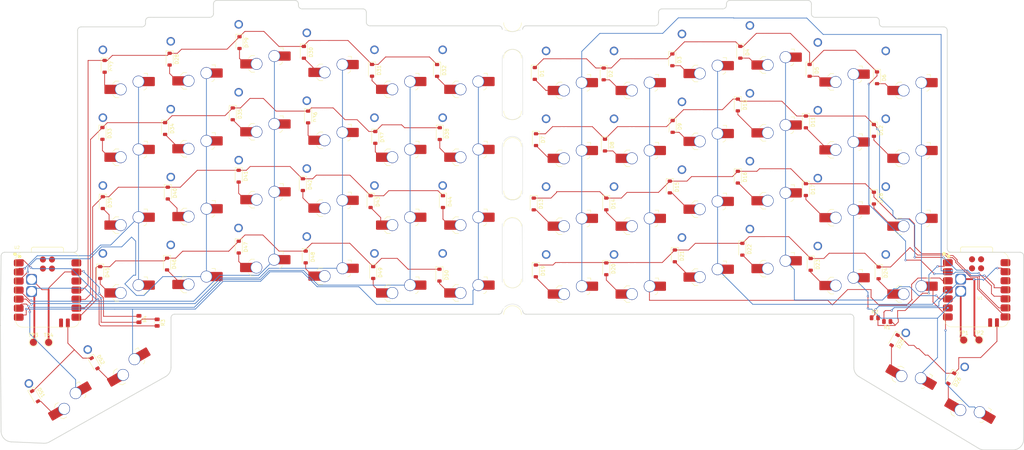
<source format=kicad_pcb>
(kicad_pcb (version 20241229) (generator "pcbnew") (generator_version "9.0")
  (layers (0 "F.Cu" signal) (2 "B.Cu" signal) (13 "F.Paste" user) (15 "B.Paste" user) (5 "F.SilkS" user "F.Silkscreen") (7 "B.SilkS" user "B.Silkscreen") (1 "F.Mask" user) (3 "B.Mask" user) (25 "Edge.Cuts" user))
  (net 0 "")
  (net 1 "/left/ROW0")
  (net 2 "Net-(D1-A)")
  (net 3 "/right/ROW0")
  (net 4 "Net-(D2-A)")
  (net 5 "Net-(D3-A)")
  (net 6 "Net-(D4-A)")
  (net 7 "Net-(D5-A)")
  (net 8 "Net-(D6-A)")
  (net 9 "Net-(D7-A)")
  (net 10 "Net-(D8-A)")
  (net 11 "Net-(D9-A)")
  (net 12 "Net-(D10-A)")
  (net 13 "Net-(D11-A)")
  (net 14 "Net-(D12-A)")
  (net 15 "Net-(D13-A)")
  (net 16 "/left/ROW1")
  (net 17 "Net-(D14-A)")
  (net 18 "Net-(D15-A)")
  (net 19 "Net-(D16-A)")
  (net 20 "Net-(D17-A)")
  (net 21 "Net-(D18-A)")
  (net 22 "Net-(D19-A)")
  (net 23 "/right/ROW1")
  (net 24 "Net-(D20-A)")
  (net 25 "Net-(D21-A)")
  (net 26 "Net-(D22-A)")
  (net 27 "Net-(D23-A)")
  (net 28 "Net-(D24-A)")
  (net 29 "Net-(D25-A)")
  (net 30 "/left/ROW2")
  (net 31 "Net-(D26-A)")
  (net 32 "Net-(D27-A)")
  (net 33 "Net-(D28-A)")
  (net 34 "Net-(D29-A)")
  (net 35 "Net-(D30-A)")
  (net 36 "Net-(D31-A)")
  (net 37 "/right/ROW2")
  (net 38 "Net-(D32-A)")
  (net 39 "Net-(D33-A)")
  (net 40 "Net-(D34-A)")
  (net 41 "Net-(D35-A)")
  (net 42 "Net-(D36-A)")
  (net 43 "/left/ROW3")
  (net 44 "Net-(D37-A)")
  (net 45 "Net-(D38-A)")
  (net 46 "Net-(D39-A)")
  (net 47 "Net-(D40-A)")
  (net 48 "Net-(D41-A)")
  (net 49 "Net-(D42-A)")
  (net 50 "Net-(D43-A)")
  (net 51 "/right/ROW3")
  (net 52 "Net-(D44-A)")
  (net 53 "Net-(D45-A)")
  (net 54 "Net-(D46-A)")
  (net 55 "Net-(D47-A)")
  (net 56 "Net-(D48-A)")
  (net 57 "Net-(D49-A)")
  (net 58 "/left/ROW4")
  (net 59 "Net-(D50-A)")
  (net 60 "/right/ROW4")
  (net 61 "Net-(D51-A)")
  (net 62 "Net-(D52-A)")
  (net 63 "/left/VBAT")
  (net 64 "/right/VBAT")
  (net 65 "GND")
  (net 66 "/left/COL0")
  (net 67 "/right/COL0")
  (net 68 "/left/COL1")
  (net 69 "/right/COL1")
  (net 70 "/left/COL2")
  (net 71 "/right/COL2")
  (net 72 "/left/COL3")
  (net 73 "/right/COL3")
  (net 74 "/left/COL4")
  (net 75 "/right/COL4")
  (net 76 "/left/COL5")
  (net 77 "/right/COL5")
  (net 78 "/left/BT_PIN")
  (net 87 "/right/BT_PIN")
  (footprint "PCM_marbastlib-xp-choc:SW_choc_v2_HS_CPG135001S30_1u" (layer "F.Cu") (at 158.782549 76.20201)
    (property "Reference" "SW36" (hide yes))
    (property "Value" "SW_Push")
  )
  (footprint "panel_2:mouse-bite-5mm-slot" (layer "F.Cu") (at 211.48125 78.91375 -90)
    (property "Reference" "H3" (hide yes))
    (property "Value" "MountingHole" (hide yes))
  )
  (footprint "PCM_marbastlib-xp-choc:SW_choc_v2_HS_CPG135001S30_1u" (layer "F.Cu") (at 263.98125 57.45625)
    (property "Reference" "SW3" (hide yes))
    (property "Value" "SW_Push")
  )
  (footprint "Diode_SMD:D_SOD-123" (layer "F.Cu") (at 275.921554 112.742239 -90)
    (property "Reference" "D22")
    (property "Value" "D")
  )
  (footprint "Diode_SMD:D_SOD-123" (layer "F.Cu") (at 237.392057 83.501935 -90)
    (property "Reference" "D8")
    (property "Value" "D")
  )
  (footprint "Diode_SMD:D_SOD-123" (layer "F.Cu") (at 237.768665 100.030093 -90)
    (property "Reference" "D14")
    (property "Value" "D")
  )
  (footprint "Diode_SMD:D_SOD-123" (layer "F.Cu") (at 237.031849 63.519175 -90)
    (property "Reference" "D2")
    (property "Value" "D")
  )
  (footprint "Diode_SMD:D_SOD-123" (layer "F.Cu") (at 274.651554 92.506343 -90)
    (property "Reference" "D16")
    (property "Value" "D")
  )
  (footprint "TestPoint:TestPoint_Pad_D2.0mm" (layer "F.Cu") (at 337.98625 138.23375)
    (property "Reference" "TP1")
    (property "Value" "BAT")
  )
  (footprint "Diode_SMD:D_SOD-123" (layer "F.Cu") (at 190.977948 120.008369 -90)
    (property "Reference" "D50")
    (property "Value" "D")
  )
  (footprint "Diode_SMD:D_SOD-123" (layer "F.Cu") (at 94.266837 144.74921 -60)
    (property "Reference" "D52")
    (property "Value" "D")
  )
  (footprint "PCM_marbastlib-xp-choc:SW_choc_v2_HS_CPG135001S30_1u" (layer "F.Cu") (at 139.697758 92.872524)
    (property "Reference" "SW41" (hide yes))
    (property "Value" "SW_Push")
  )
  (footprint "Diode_SMD:D_SOD-123" (layer "F.Cu") (at 134.69646 112.140503 -90)
    (property "Reference" "D47")
    (property "Value" "D")
  )
  (footprint "Diode_SMD:D_SOD-123" (layer "F.Cu") (at 218.004804 118.815936 -90)
    (property "Reference" "D19")
    (property "Value" "D")
  )
  (footprint "PCM_marbastlib-xp-choc:SW_choc_v2_HS_CPG135001S30_1u" (layer "F.Cu") (at 225.88125 81.26875)
    (property "Reference" "SW7" (hide yes))
    (property "Value" "SW_Push")
  )
  (footprint "PCM_marbastlib-xp-choc:SW_choc_v2_HS_CPG135001S30_1u" (layer "F.Cu") (at 321.13125 119.36875)
    (property "Reference" "SW24" (hide yes))
    (property "Value" "SW_Push")
  )
  (footprint "Diode_SMD:D_SOD-123" (layer "F.Cu") (at 77.574524 153.999851 -60)
    (property "Reference" "D51")
    (property "Value" "D")
  )
  (footprint "Diode_SMD:D_SOD-123" (layer "F.Cu") (at 256.283621 59.570911 -90)
    (property "Reference" "D3")
    (property "Value" "D")
  )
  (footprint "PCM_marbastlib-xp-choc:SW_choc_v2_HS_CPG135001S30_1u" (layer "F.Cu") (at 302.08125 59.8375)
    (property "Reference" "SW5" (hide yes))
    (property "Value" "SW_Push")
  )
  (footprint "PCM_marbastlib-xp-choc:SW_choc_v2_HS_CPG135001S30_1u" (layer "F.Cu") (at 244.93125 62.21875)
    (property "Reference" "SW2" (hide yes))
    (property "Value" "SW_Push")
  )
  (footprint "TestPoint:TestPoint_Pad_D2.0mm" (layer "F.Cu") (at 342.28125 138.20125)
    (property "Reference" "TP2")
    (property "Value" "GND")
  )
  (footprint "PCM_marbastlib-xp-choc:SW_choc_v2_HS_CPG135001S30_1u" (layer "F.Cu") (at 101.597758 119.062844)
    (property "Reference" "SW45" (hide yes))
    (property "Value" "SW_Push")
  )
  (footprint "PCM_marbastlib-xp-choc:SW_choc_v2_HS_CPG135001S30_1u" (layer "F.Cu") (at 101.597758 61.912844)
    (property "Reference" "SW27" (hide yes))
    (property "Value" "SW_Push")
  )
  (footprint "Diode_SMD:D_SOD-123" (layer "F.Cu") (at 134.913172 54.732895 -90)
    (property "Reference" "D29")
    (property "Value" "D")
  )
  (footprint "PCM_marbastlib-xp-choc:SW_choc_v2_HS_CPG135001S30_1u" (layer "F.Cu") (at 283.03125 55.075)
    (property "Reference" "SW4" (hide yes))
    (property "Value" "SW_Push")
  )
  (footprint "Diode_SMD:D_SOD-123" (layer "F.Cu") (at 95.853221 119.280823 -90)
    (property "Reference" "D45")
    (property "Value" "D")
  )
  (footprint "Diode_SMD:D_SOD-123" (layer "F.Cu") (at 217.42222 100.030093 -90)
    (property "Reference" "D13")
    (property "Value" "D")
  )
  (footprint "Diode_SMD:D_SOD-123" (layer "F.Cu") (at 152.678501 94.607639 -90)
    (property "Reference" "D42")
    (property "Value" "D")
  )
  (footprint "Resistor_SMD:R_0805_2012Metric" (layer "F.Cu") (at 106.71778 132.344311 -90)
    (property "Reference" "R4")
    (property "Value" "2M")
  )
  (footprint "Diode_SMD:D_SOD-123" (layer "F.Cu") (at 115.316232 59.380977 -90)
    (property "Reference" "D28")
    (property "Value" "D")
  )
  (footprint "PCM_marbastlib-xp-choc:SW_choc_v2_HS_CPG135001S30_1u" (layer "F.Cu") (at 263.98125 95.55625)
    (property "Reference" "SW15" (hide yes))
    (property "Value" "SW_Push")
  )
  (footprint "PCM_marbastlib-xp-choc:SW_choc_v2_HS_CPG135001S30_1u" (layer "F.Cu") (at 120.63237 78.572514)
    (property "Reference" "SW34" (hide yes))
    (property "Value" "SW_Push")
  )
  (footprint "Diode_SMD:D_SOD-123" (layer "F.Cu") (at 314.13125 119.36875 -90)
    (property "Reference" "D24")
    (property "Value" "D")
  )
  (footprint "Diode_SMD:D_SOD-123" (layer "F.Cu") (at 218.056605 81.979938 -90)
    (property "Reference" "D7")
    (property "Value" "D")
  )
  (footprint "Diode_SMD:D_SOD-123" (layer "F.Cu") (at 274.651554 72.239307 -90)
    (property "Reference" "D10")
    (property "Value" "D" (hide yes))
  )
  (footprint "Diode_SMD:D_SOD-123" (layer "F.Cu") (at 172.40576 119.282489 -90)
    (property "Reference" "D49")
    (property "Value" "D")
  )
  (footprint "TestPoint:TestPoint_Pad_D2.0mm" (layer "F.Cu") (at 77.116883 138.859184)
    (property "Reference" "TP3")
    (property "Value" "BAT")
  )
  (footprint "Diode_SMD:D_SOD-123" (layer "F.Cu") (at 97.096468 61.393466 -90)
    (property "Reference" "D27")
    (property "Value" "D")
  )
  (footprint "PCM_marbastlib-xp-choc:SW_choc_v2_HS_CPG135001S30_1u" (layer "F.Cu") (at 196.88716 100.01451)
    (property "Reference" "SW44" (hide yes))
    (property "Value" "SW_Push")
  )
  (footprint "Diode_SMD:D_SOD-123" (layer "F.Cu") (at 152.965148 57.462114 -90)
    (property "Reference" "D30")
    (property "Value" "D")
  )
  (footprint "PCM_marbastlib-xp-choc:SW_choc_v2_HS_CPG135001S30_1u" (layer "F.Cu") (at 263.98125 76.50625)
    (property "Reference" "SW9" (hide yes))
    (property "Value" "SW_Push")
  )
  (footprint "PCM_marbastlib-xp-choc:SW_choc_v2_HS_CPG135001S30_1u" (layer "F.Cu") (at 196.88716 119.06451)
    (property "Reference" "SW50" (hide yes))
    (property "Value" "SW_Push")
  )
  (footprint "Diode_SMD:D_SOD-123" (layer "F.Cu") (at 154.149135 75.613233 -90)
    (property "Reference" "D36")
    (property "Value" "D")
  )
  (footprint "Diode_SMD:D_SOD-123" (layer "F.Cu") (at 171.675132 99.370139 -90)
    (property "Reference" "D43")
    (property "Value" "D")
  )
  (footprint "Diode_SMD:D_SOD-123" (layer "F.Cu") (at 172.069051 62.51408 -90)
    (property "Reference" "D31")
    (property "Value" "D")
  )
  (footprint "panel_2:mouse-bite-5mm-slot" (layer "F.Cu") (at 211.48125 54.13125 -90)
    (property "Reference" "H1" (hide yes))
    (property "Value" "MountingHole" (hide yes))
  )
  (footprint "panel_2:mouse-bite-5mm-slot" (layer "F.Cu") (at 211.48125 101.315 -90)
    (property "Reference" "H4" (hide yes))
    (property "Value" "MountingHole" (hide yes))
  )
  (footprint "Diode_SMD:D_SOD-123" (layer "F.Cu") (at 191.071257 80.276413 -90)
    (property "Reference" "D38")
    (property "Value" "D")
  )
  (footprint "Diode_SMD:D_SOD-123" (layer "F.Cu") (at 217.719695 63.391759 -90)
    (property "Reference" "D1")
    (property "Value" "D")
  )
  (footprint "PCM_marbastlib-xp-choc:SW_choc_v2_HS_CPG135001S30_1u" (layer "F.Cu") (at 196.88716 80.96451)
    (property "Reference" "SW38" (hide yes))
    (property "Value" "SW_Push")
  )
  (footprint "PCM_marbastlib-xp-choc:SW_choc_v2_HS_CPG135001S30_1u" (layer "F.Cu") (at 177.757208 119.06451)
    (property "Reference" "SW49" (hide yes))
    (property "Value" "SW_Push")
  )
  (footprint "PCM_marbastlib-xp-choc:SW_choc_v2_HS_CPG135001S30_1u" (layer "F.Cu") (at 158.788104 57.141264)
    (property "Reference" "SW30" (hide yes))
    (property "Value" "SW_Push")
  )
  (footprint "Diode_SMD:D_SOD-123" (layer "F.Cu") (at 255.575109 95.267593 -90)
    (property "Reference" "D15")
    (property "Value" "D")
  )
  (footprint "PCM_marbastlib-xp-choc:SW_choc_v2_HS_CPG135001S30_1u" (layer "F.Cu") (at 101.597758 100.012844)
    (property "Reference" "SW39" (hide yes))
    (property "Value" "SW_Push")
  )
  (footprint "Diode_SMD:D_SOD-123" (layer "F.Cu") (at 172.990213 81.349568 -90)
    (property "Reference" "D37")
    (property "Value" "D")
  )
  (footprint "Diode_SMD:D_SOD-123" (layer "F.Cu") (at 96.477812 80.232061 -90)
    (property "Reference" "D33")
    (property "Value" "D")
  )
  (footprint "PCM_marbastlib-xp-choc:SW_choc_v2_HS_CPG135001S30_1u" (layer "F.Cu") (at 244.93125 119.36875)
    (property "Reference" "SW20" (hide yes))
    (property "Value" "SW_Push")
  )
  (footprint "PCM_marbastlib-xp-choc:SW_choc_v2_HS_CPG135001S30_1u" (layer "F.Cu") (at 120.63237 116.672514)
    (property "Reference" "SW46" (hide yes))
    (property "Value" "SW_Push")
  )
  (footprint "PCM_marbastlib-xp-choc:SW_choc_v2_HS_CPG135001S30_1u" (layer "F.Cu") (at 283.03125 74.125)
    (property "Reference" "SW10" (hide yes))
    (property "Value" "SW_Push")
  )
  (footprint "Diode_SMD:D_SOD-123" (layer "F.Cu") (at 133.013103 74.73161 -90)
    (property "Reference" "D35")
    (property "Value" "D")
  )
  (footprint "Diode_SMD:D_SOD-123" (layer "F.Cu") (at 294.777702 62.527476 -90)
    (property "Reference" "D5")
    (property "Value" "D")
  )
  (footprint "Diode_SMD:D_SOD-123" (layer "F.Cu") (at 318.598108 138.266858 -120)
    (property "Reference" "D25")
    (property "Value" "D")
  )
  (footprint "TestPoint:TestPoint_Pad_D2.0mm" (layer "F.Cu") (at 81.391883 138.884184)
    (property "Reference" "TP4")
    (property "Value" "GND")
  )
  (footprint "PCM_marbastlib-xp-choc:SW_choc_v2_HS_CPG135001S30_1u" (layer "F.Cu") (at 158.782549 95.25201)
    (property "Reference" "SW42" (hide yes))
    (property "Value" "SW_Push")
  )
  (footprint "Diode_SMD:D_SOD-123" (layer "F.Cu") (at 293.727998 95.998843 -90)
    (property "Reference" "D17")
    (property "Value" "D")
  )
  (footprint "PCM_marbastlib-xp-choc:SW_choc_v2_HS_CPG135001S30_1u" (layer "F.Cu") (at 120.647758 97.622514)
    (property "Reference" "SW40" (hide yes))
    (property "Value" "SW_Push")
  )
  (footprint "modified:modified-XIAO-nRF52840-SMD" (layer "F.Cu") (at 81.112183 124.20125)
    (property "Reference" "U2")
    (property "Value" "XIAO-nRF52840-SMD")
  )
  (footprint "Diode_SMD:D_SOD-123" (layer "F.Cu") (at 295.08125 116.9875 -90)
    (property "Reference" "D23")
    (property "Value" "D")
  )
  (footprint "Diode_SMD:D_SOD-123" (layer "F.Cu") (at 114.048739 78.853841 -90)
    (property "Reference" "D34")
    (property "Value" "D")
  )
  (footprint "Diode_SMD:D_SOD-123" (layer "F.Cu") (at 114.595673 116.890493 -90)
    (property "Reference" "D46")
    (property "Value" "D")
  )
  (footprint "PCM_marbastlib-xp-choc:SW_choc_v2_HS_CPG135001S30_1u" (layer "F.Cu") (at 321.13125 62.21875)
    (property "Reference" "SW6" (hide yes))
    (property "Value" "SW_Push")
  )
  (footprint "Diode_SMD:D_SOD-123" (layer "F.Cu") (at 191.967646 99.370139 -90)
    (property "Reference" "D44")
    (property "Value" "D")
  )
  (footprint "Diode_SMD:D_SOD-123" (layer "F.Cu") (at 313.679485 64.611869 -90)
    (property "Reference" "D6")
    (property "Value" "D")
  )
  (footprint "PCM_marbastlib-xp-choc:SW_choc_v2_HS_CPG135001S30_1u" (layer "F.Cu") (at 225.88125 62.21875)
    (property "Reference" "SW1" (hide yes))
    (property "Value" "SW_Push")
  )
  (footprint "PCM_marbastlib-xp-choc:SW_choc_v2_HS_CPG135001S30_1u" (layer "F.Cu") (at 177.757208 80.96451)
    (property "Reference" "SW37" (hide yes))
    (property "Value" "SW_Push")
  )
  (footprint "PCM_marbastlib-xp-choc:SW_choc_v2_HS_CPG135001S30_1u" (layer "F.Cu") (at 120.63237 59.522514)
    (property "Reference" "SW28" (hide yes))
    (property "Value" "SW_Push")
  )
  (footprint "PCM_marbastlib-xp-choc:SW_choc_v2_HS_CPG135001S30_1u" (layer "F.Cu") (at 177.758116 61.903764)
    (property "Reference" "SW31" (hide yes))
    (property "Value" "SW_Push")
  )
  (footprint "Diode_SMD:D_SOD-123" (layer "F.Cu") (at 256.374809 78.269803 -90)
    (property "Reference" "D9")
    (property "Value" "D")
  )
  (footprint "Diode_SMD:D_SOD-123" (layer "F.Cu") (at 96.577851 99.649252 -90)
    (property "Reference" "D39")
    (property "Value" "D")
  )
  (footprint "PCM_marbastlib-xp-choc:SW_choc_v2_HS_CPG135001S30_1u" (layer "F.Cu") (at 82.759008 152.392844 30)
    (property "Reference" "SW51" (hide yes))
    (property "Value" "SW_Push")
  )
  (footprint "PCM_marbastlib-xp-choc:SW_choc_v2_HS_CPG135001S30_1u" (layer "F.Cu") (at 244.93125 100.31875)
    (property "Reference" "SW14" (hide yes))
    (property "Value" "SW_Push")
  )
  (footprint "PCM_marbastlib-xp-choc:SW_choc_v2_HS_CPG135001S30_1u" (layer "F.Cu") (at 99.259294 142.866264 30)
    (property "Reference" "SW52" (hide yes))
    (property "Value" "SW_Push")
  )
  (footprint "PCM_marbastlib-xp-choc:SW_choc_v2_HS_CPG135001S30_1u" (layer "F.Cu") (at 244.93125 81.26875)
    (property "Reference" "SW8" (hide yes))
    (property "Value" "SW_Push")
  )
  (footprint "Resistor_SMD:R_0805_2012Metric" (layer "F.Cu") (at 313.06375 131.98125)
    (property "Reference" "R2")
    (property "Value" "2M")
  )
  (footprint "PCM_marbastlib-xp-choc:SW_choc_v2_HS_CPG135001S30_1u" (layer "F.Cu") (at 302.08125 97.9375)
    (property "Reference" "SW17" (hide yes))
    (property "Value" "SW_Push")
  )
  (footprint "Diode_SMD:D_SOD-123" (layer "F.Cu") (at 237.768665 118.235989 -90)
    (property "Reference" "D20")
    (property "Value" "D")
  )
  (footprint "Diode_SMD:D_SOD-123" (layer "F.Cu") (at 275.348968 57.442823 -90)
    (property "Reference" "D4")
    (property "Value" "D")
  )
  (footprint "PCM_marbastlib-xp-choc:SW_choc_v2_HS_CPG135001S30_1u" (layer "F.Cu") (at 321.13125 81.26875)
    (property "Reference" "SW12" (hide yes))
    (property "Value" "SW_Push")
  )
  (footprint "PCM_marbastlib-xp-choc:SW_choc_v2_HS_CPG135001S30_1u" (layer "F.Cu") (at 283.03125 112.225)
    (property "Reference" "SW22" (hide yes))
    (property "Value" "SW_Push")
  )
  (footprint "Diode_SMD:D_SOD-123" (layer "F.Cu") (at 334.493737 148.994514 -120)
    (property "Reference" "D26")
    (property "Value" "D")
  )
  (footprint "Resistor_SMD:R_0805_2012Metric" (layer "F.Cu") (at 111.813636 133.346701 -90)
    (property "Reference" "R3")
    (property "Value" "806k")
  )
  (footprint "PCM_marbastlib-xp-choc:SW_choc_v2_HS_CPG135001S30_1u" (layer "F.Cu") (at 177.757208 100.01451)
    (property "Reference" "SW43" (hide yes))
    (property "Value" "SW_Push")
  )
  (footprint "Diode_SMD:D_SOD-123" (layer "F.Cu") (at 312.804443 79.383057 -90)
    (property "Reference" "D12")
    (property "Value" "D")
  )
  (footprint "PCM_marbastlib-xp-choc:SW_choc_v2_HS_CPG135001S30_1u" (layer "F.Cu") (at 139.680356 73.822524)
    (property "Reference" "SW35" (hide yes))
    (property "Value" "SW_Push")
  )
  (footprint "Diode_SMD:D_SOD-123" (layer "F.Cu") (at 153.47477 114.912114 -90)
    (property "Reference" "D48")
    (property "Value" "D")
  )
  (footprint "PCM_marbastlib-xp-choc:SW_choc_v2_HS_CPG135001S30_1u" (layer "F.Cu") (at 225.907695 119.36875)
    (property "Reference" "SW19" (hide yes))
    (property "Value" "SW_Push")
  )
  (footprint "modified:modified-XIAO-nRF52840-SMD" (layer "F.Cu") (at 341.65125 124.13125)
    (property "Reference" "U1")
    (property "Value" "XIAO-nRF52840-SMD")
  )
  (footprint "PCM_marbastlib-xp-choc:SW_choc_v2_HS_CPG135001S30_1u" (layer "F.Cu") (at 139.68839 54.760014)
    (property "Reference" "SW29" (hide yes))
    (property "Value" "SW_Push")
  )
  (footprint "Diode_SMD:D_SOD-123" (layer "F.Cu") (at 190.317288 62.546615 -90)
    (property "Reference" "D32")
    (property "Value" "D")
  )
  (footprint "Diode_SMD:D_SOD-123" (layer "F.Cu") (at 256.98125 114.60625 -90)
    (property "Reference" "D21")
    (property "Value" "D")
  )
  (footprint "Diode_SMD:D_SOD-123" (layer "F.Cu") (at 114.804981 96.978143 -90)
    (property "Reference" "D40")
    (property "Value" "D")
  )
  (footprint "PCM_marbastlib-xp-choc:SW_choc_v2_HS_CPG135001S30_1u" (layer "F.Cu") (at 340.018892 152.731392 -30)
    (property "Reference" "SW26" (hide yes))
    (property "Value" "SW_Push")
  )
  (footprint "Diode_SMD:D_SOD-123" (layer "F.Cu") (at 293.727998 77.001807 -90)
    (property "Reference" "D11")
    (property "Value" "D")
  )
  (footprint "panel_2:mouse-bite-5mm-slot" (layer "F.Cu") (at 211.48125 126.0975 -90)
    (property "Reference" "H5" (hide yes))
    (property "Value" "MountingHole" (hide yes))
  )
  (footprint "PCM_marbastlib-xp-choc:SW_choc_v2_HS_CPG135001S30_1u" (layer "F.Cu") (at 283.03125 93.175)
    (property "Reference" "SW16" (hide yes))
    (property "Value" "SW_Push")
  )
  (footprint "PCM_marbastlib-xp-choc:SW_choc_v2_HS_CPG135001S30_1u" (layer "F.Cu") (at 225.88125 100.31875)
    (property "Reference" "SW13" (hide yes))
    (property "Value" "SW_Push")
  )
  (footprint "PCM_marbastlib-xp-choc:SW_choc_v2_HS_CPG135001S30_1u" (layer "F.Cu") (at 263.98125 114.60625)
    (property "Reference" "SW21" (hide yes))
    (property "Value" "SW_Push")
  )
  (footprint "PCM_marbastlib-xp-choc:SW_choc_v2_HS_CPG135001S30_1u" (layer "F.Cu") (at 302.08125 116.9875)
    (property "Reference" "SW23" (hide yes))
    (property "Value" "SW_Push")
  )
  (footprint "PCM_marbastlib-xp-choc:SW_choc_v2_HS_CPG135001S30_1u" (layer "F.Cu") (at 196.88342 61.903764)
    (property "Reference" "SW32" (hide yes))
    (property "Value" "SW_Push")
  )
  (footprint "PCM_marbastlib-xp-choc:SW_choc_v2_HS_CPG135001S30_1u" (layer "F.Cu") (at 323.5125 143.18125 -30)
    (property "Reference" "SW25" (hide yes))
    (property "Value" "SW_Push")
  )
  (footprint "PCM_marbastlib-xp-choc:SW_choc_v2_HS_CPG135001S30_1u" (layer "F.Cu") (at 321.13125 100.31875)
    (property "Reference" "SW18" (hide yes))
    (property "Value" "SW_Push")
  )
  (footprint "Diode_SMD:D_SOD-123" (layer "F.Cu") (at 312.804443 98.380093 -90)
    (property "Reference" "D18")
    (property "Value" "D")
  )
  (footprint "Resistor_SMD:R_0805_2012Metric" (layer "F.Cu") (at 316.532389 133.027089 180)
    (property "Reference" "R1")
    (property "Value" "806k")
  )
  (footprint "PCM_marbastlib-xp-choc:SW_choc_v2_HS_CPG135001S30_1u" (layer "F.Cu") (at 158.782549 114.34039)
    (property "Reference" "SW48" (hide yes))
    (property "Value" "SW_Push")
  )
  (footprint "PCM_marbastlib-xp-choc:SW_choc_v2_HS_CPG135001S30_1u" (layer "F.Cu") (at 139.639853 111.922524)
    (property "Reference" "SW47" (hide yes))
    (property "Value" "SW_Push")
  )
  (footprint "Diode_SMD:D_SOD-123" (layer "F.Cu") (at 134.680784 92.228153 -90)
    (property "Reference" "D41")
    (property "Value" "D")
  )
  (footprint "PCM_marbastlib-xp-choc:SW_choc_v2_HS_CPG135001S30_1u" (layer "F.Cu") (at 101.597758 80.962844)
    (property "Reference" "SW33" (hide yes))
    (property "Value" "SW_Push")
  )
  (footprint "PCM_marbastlib-xp-choc:SW_choc_v2_HS_CPG135001S30_1u" (layer "F.Cu") (at 302.08125 78.8875)
    (property "Reference" "SW11" (hide yes))
    (property "Value" "SW_Push")
  )
  (gr_line (start 208.58 75.17) (end 208.576251 59.144275) (stroke (width 0.1)) (layer "Edge.Cuts"))
  (gr_line (start 272.4625 42.8725) (end 294.275 42.8725) (stroke (width 0.2)) (layer "Edge.Cuts"))
  (gr_arc (start 214.3125 51.01625) (mid 214.605376 50.309111) (end 215.3125 50.01625) (stroke (width 0.2)) (layer "Edge.Cuts"))
  (gr_arc (start 108.56375 49.3125) (mid 108.270857 50.019607) (end 107.56375 50.3125) (stroke (width 0.2)) (layer "Edge.Cuts"))
  (gr_arc (start 271.4625 43.8725) (mid 271.755393 43.165393) (end 272.4625 42.8725) (stroke (width 0.2)) (layer "Edge.Cuts"))
  (gr_line (start 207.57625 50.01625) (end 171.47625 50.01625) (stroke (width 0.2)) (layer "Edge.Cuts"))
  (gr_arc (start 252.4125 49.01625) (mid 252.119624 49.723389) (end 251.4125 50.01625) (stroke (width 0.2)) (layer "Edge.Cuts"))
  (gr_line (start 150.42625 42.8725) (end 128.61375 42.8725) (stroke (width 0.2)) (layer "Edge.Cuts"))
  (gr_line (start 214.31 121.793356) (end 214.206543 105.837255) (stroke (width 0.1)) (layer "Edge.Cuts"))
  (gr_line (start 169.47625 45.25375) (end 152.42625 45.25375) (stroke (width 0.2)) (layer "Edge.Cuts"))
  (gr_arc (start 81.75551 166.750725) (mid 80.925871 167.111833) (end 80.026301 167.209132) (stroke (width 0.2)) (layer "Edge.Cuts"))
  (gr_line (start 215.3125 50.01625) (end 251.4125 50.01625) (stroke (width 0.2)) (layer "Edge.Cuts"))
  (gr_line (start 88.513937 113.590437) (end 69.071118 113.594065) (stroke (width 0.2)) (layer "Edge.Cuts"))
  (gr_line (start 170.47625 49.01625) (end 170.47625 46.25375) (stroke (width 0.2)) (layer "Edge.Cuts"))
  (gr_line (start 81.75551 166.750725) (end 114.179175 148.497869) (stroke (width 0.2)) (layer "Edge.Cuts"))
  (gr_arc (start 334.375 113.590437) (mid 333.66788 113.297546) (end 333.374963 112.590437) (stroke (width 0.2)) (layer "Edge.Cuts"))
  (gr_line (start 315.325 50.3125) (end 332.375 50.3125) (stroke (width 0.2)) (layer "Edge.Cuts"))
  (gr_line (start 314.325 48.635) (end 314.325 49.3125) (stroke (width 0.2)) (layer "Edge.Cuts"))
  (gr_arc (start 171.47625 50.01625) (mid 170.769143 49.723357) (end 170.47625 49.01625) (stroke (width 0.2)) (layer "Edge.Cuts"))
  (gr_arc (start 89.51375 51.3125) (mid 89.806646 50.605411) (end 90.51375 50.3125) (stroke (width 0.2)) (layer "Edge.Cuts"))
  (gr_line (start 214.286525 97.03631) (end 214.30333 83.867043) (stroke (width 0.1)) (layer "Edge.Cuts"))
  (gr_arc (start 208.576251 59.14) (mid 211.358564 56.607881) (end 214.302605 58.95) (stroke (width 0.1)) (layer "Edge.Cuts"))
  (gr_arc (start 208.57 129.973369) (mid 211.437605 128.133162) (end 214.307997 129.969017) (stroke (width 0.1)) (layer "Edge.Cuts"))
  (gr_arc (start 150.42625 42.8725) (mid 151.133389 43.165376) (end 151.42625 43.8725) (stroke (width 0.2)) (layer "Edge.Cuts"))
  (gr_arc (start 212.057093 51.573083) (mid 211.301222 51.660314) (end 210.547719 51.554568) (stroke (width 0.1)) (layer "Edge.Cuts"))
  (gr_line (start 213.61065 122.574884) (end 214.31 121.793356) (stroke (width 0.05)) (layer "Edge.Cuts"))
  (gr_line (start 271.4625 44.25375) (end 271.4625 43.8725) (stroke (width 0.2)) (layer "Edge.Cuts"))
  (gr_arc (start 127.61375 43.8725) (mid 127.906643 43.165393) (end 128.61375 42.8725) (stroke (width 0.2)) (layer "Edge.Cuts"))
  (gr_line (start 208.589517 96.948142) (end 208.57625 83.939879) (stroke (width 0.1)) (layer "Edge.Cuts"))
  (gr_line (start 108.56375 48.635) (end 108.56375 49.3125) (stroke (width 0.2)) (layer "Edge.Cuts"))
  (gr_line (start 110.945 47.635) (end 109.56375 47.635) (stroke (width 0.2)) (layer "Edge.Cuts"))
  (gr_line (start 151.42625 44.25375) (end 151.42625 43.8725) (stroke (width 0.2)) (layer "Edge.Cuts"))
  (gr_line (start 212.057093 51.573083) (end 214.312501 51.01625) (stroke (width 0.1)) (layer "Edge.Cuts"))
  (gr_arc (start 296.275 47.635) (mid 295.567893 47.342107) (end 295.275 46.635) (stroke (width 0.2)) (layer "Edge.Cuts"))
  (gr_arc (start 208.57625 129.9788) (mid 208.283354 130.685889) (end 207.57625 130.97875) (stroke (width 0.2)) (layer "Edge.Cuts"))
  (gr_arc (start 315.325 50.3125) (mid 314.617893 50.019607) (end 314.325 49.3125) (stroke (width 0.2)) (layer "Edge.Cuts"))
  (gr_line (start 67.8513 134.139791) (end 68.056958 163.835512) (stroke (width 0.2)) (layer "Edge.Cuts"))
  (gr_line (start 213.717595 105.199492) (end 214.206543 105.837255) (stroke (width 0.05)) (layer "Edge.Cuts"))
  (gr_line (start 89.51375 51.3125) (end 89.51375 112.590437) (stroke (width 0.2)) (layer "Edge.Cuts"))
  (gr_line (start 253.4125 45.25375) (end 270.4625 45.25375) (stroke (width 0.2)) (layer "Edge.Cuts"))
  (gr_line (start 208.570494 105.62) (end 209.096624 105.029347) (stroke (width 0.05)) (layer "Edge.Cuts"))
  (gr_arc (start 294.275 42.8725) (mid 294.982107 43.165393) (end 295.275 43.8725) (stroke (width 0.2)) (layer "Edge.Cuts"))
  (gr_line (start 68.071369 114.582806) (end 67.851346 134.122709) (stroke (width 0.2)) (layer "Edge.Cuts"))
  (gr_arc (start 306.18125 130.97875) (mid 306.888371 131.271629) (end 307.18125 131.97875) (stroke (width 0.2)) (layer "Edge.Cuts"))
  (gr_line (start 354.80625 114.594063) (end 354.80625 166.06875) (stroke (width 0.2)) (layer "Edge.Cuts"))
  (gr_line (start 334.375 113.590437) (end 353.806437 113.594063) (stroke (width 0.2)) (layer "Edge.Cuts"))
  (gr_arc (start 252.4125 46.25375) (mid 252.705376 45.546611) (end 253.4125 45.25375) (stroke (width 0.2)) (layer "Edge.Cuts"))
  (gr_arc (start 213.61065 122.574884) (mid 211.365068 123.57432) (end 209.126166 122.559937) (stroke (width 0.05)) (layer "Edge.Cuts"))
  (gr_line (start 208.580126 121.941487) (end 209.126166 122.559937) (stroke (width 0.05)) (layer "Edge.Cuts"))
  (gr_line (start 115.7075 145.883643) (end 115.7075 131.97875) (stroke (width 0.2)) (layer "Edge.Cuts"))
  (gr_arc (start 207.57625 50.01625) (mid 208.283371 50.309129) (end 208.57625 51.01625) (stroke (width 0.2)) (layer "Edge.Cuts"))
  (gr_arc (start 127.61375 46.635) (mid 127.320857 47.342107) (end 126.61375 47.635) (stroke (width 0.2)) (layer "Edge.Cuts"))
  (gr_arc (start 108.56375 48.635) (mid 108.856646 47.927911) (end 109.56375 47.635) (stroke (width 0.2)) (layer "Edge.Cuts"))
  (gr_arc (start 214.286526 97.03631) (mid 211.408855 98.931693) (end 208.59 96.949896) (stroke (width 0.1)) (layer "Edge.Cuts"))
  (gr_line (start 70.926053 166.811882) (end 80.026301 167.209132) (stroke (width 0.2)) (layer "Edge.Cuts"))
  (gr_line (start 295.275 43.8725) (end 295.275 46.635) (stroke (width 0.2)) (layer "Edge.Cuts"))
  (gr_arc (start 343.730952 169.06875) (mid 342.930151 168.959895) (end 342.187465 168.641229) (stroke (width 0.2)) (layer "Edge.Cuts"))
  (gr_line (start 252.4125 49.01625) (end 252.4125 46.25375) (stroke (width 0.2)) (layer "Edge.Cuts"))
  (gr_arc (start 308.637763 148.511408) (mid 307.57065 147.417026) (end 307.18125 145.938929) (stroke (width 0.2)) (layer "Edge.Cuts"))
  (gr_line (start 351.80625 169.06875) (end 343.730952 169.06875) (stroke (width 0.2)) (layer "Edge.Cuts"))
  (gr_line (start 208.58 121.74) (end 208.570494 105.62) (stroke (width 0.1)) (layer "Edge.Cuts"))
  (gr_line (start 214.32 74.89) (end 214.302605 58.950007) (stroke (width 0.1)) (layer "Edge.Cuts"))
  (gr_arc (start 152.42625 45.25375) (mid 151.719143 44.960857) (end 151.42625 44.25375) (stroke (width 0.2)) (layer "Edge.Cuts"))
  (gr_arc (start 214.32 74.89) (mid 211.511404 76.317466) (end 208.577261 75.17) (stroke (width 0.1)) (layer "Edge.Cuts"))
  (gr_line (start 116.7075 130.97875) (end 207.57625 130.97875) (stroke (width 0.2)) (layer "Edge.Cuts"))
  (gr_arc (start 209.096624 105.029347) (mid 211.447167 104.026794) (end 213.717595 105.199492) (stroke (width 0.05)) (layer "Edge.Cuts"))
  (gr_arc (start 169.47625 45.25375) (mid 170.183357 45.546643) (end 170.47625 46.25375) (stroke (width 0.2)) (layer "Edge.Cuts"))
  (gr_arc (start 353.806437 113.594063) (mid 354.513468 113.887002) (end 354.80625 114.594063) (stroke (width 0.2)) (layer "Edge.Cuts"))
  (gr_line (start 127.61375 43.8725) (end 127.61375 46.635) (stroke (width 0.2)) (layer "Edge.Cuts"))
  (gr_line (start 342.187465 168.641229) (end 308.637763 148.511408) (stroke (width 0.2)) (layer "Edge.Cuts"))
  (gr_line (start 311.94375 47.635) (end 313.325 47.635) (stroke (width 0.2)) (layer "Edge.Cuts"))
  (gr_line (start 306.18125 130.97875) (end 215.3125 130.97875) (stroke (width 0.2)) (layer "Edge.Cuts"))
  (gr_arc (start 115.7075 145.883643) (mid 115.297386 147.397739) (end 114.179175 148.497869) (stroke (width 0.2)) (layer "Edge.Cuts"))
  (gr_arc (start 313.325 47.635) (mid 314.032107 47.927893) (end 314.325 48.635) (stroke (width 0.2)) (layer "Edge.Cuts"))
  (gr_arc (start 354.80625 166.06875) (mid 353.92757 168.19007) (end 351.80625 169.06875) (stroke (width 0.2)) (layer "Edge.Cuts"))
  (gr_arc (start 115.7075 131.97875) (mid 116.000393 131.271643) (end 116.7075 130.97875) (stroke (width 0.2)) (layer "Edge.Cuts"))
  (gr_arc (start 271.4625 44.25375) (mid 271.169624 44.960889) (end 270.4625 45.25375) (stroke (width 0.2)) (layer "Edge.Cuts"))
  (gr_line (start 107.56375 50.3125) (end 90.51375 50.3125) (stroke (width 0.2)) (layer "Edge.Cuts"))
  (gr_line (start 333.375 51.3125) (end 333.375 112.590437) (stroke (width 0.2)) (layer "Edge.Cuts"))
  (gr_line (start 208.57625 51.0162) (end 210.547719 51.554568) (stroke (width 0.1)) (layer "Edge.Cuts"))
  (gr_arc (start 208.57625 83.94) (mid 211.403521 81.056413) (end 214.30333 83.867043) (stroke (width 0.1)) (layer "Edge.Cuts"))
  (gr_line (start 296.275 47.635) (end 311.94375 47.635) (stroke (width 0.2)) (layer "Edge.Cuts"))
  (gr_line (start 307.18125 145.938929) (end 307.18125 131.97875) (stroke (width 0.2)) (layer "Edge.Cuts"))
  (gr_arc (start 89.51375 112.590437) (mid 89.220907 113.297436) (end 88.513937 113.590437) (stroke (width 0.2)) (layer "Edge.Cuts"))
  (gr_arc (start 70.926053 166.811882) (mid 68.897003 165.896774) (end 68.056958 163.835512) (stroke (width 0.2)) (layer "Edge.Cuts"))
  (gr_arc (start 68.071369 114.582806) (mid 68.368137 113.883079) (end 69.071118 113.594065) (stroke (width 0.2)) (layer "Edge.Cuts"))
  (gr_arc (start 215.3125 130.97875) (mid 214.60123 130.681648) (end 214.312621 129.966889) (stroke (width 0.2)) (layer "Edge.Cuts"))
  (gr_line (start 126.61375 47.635) (end 110.945 47.635) (stroke (width 0.2)) (layer "Edge.Cuts"))
  (gr_line (start 208.58 121.74) (end 208.580126 121.941487) (stroke (width 0.1)) (layer "Edge.Cuts"))
  (gr_arc (start 332.375 50.3125) (mid 333.082107 50.605393) (end 333.375 51.3125) (stroke (width 0.2)) (layer "Edge.Cuts"))
  (gr_arc (start 67.8513 134.139791) (mid 67.851287 134.13125) (end 67.851346 134.122709) (stroke (width 0.2)) (layer "Edge.Cuts"))
  (segment (start 259.700782 54.50375) (end 274.059895 54.50375) (width 0.2) (layer "F.Cu") (net 1))
  (segment (start 256.283621 57.920911) (end 259.700782 54.50375) (width 0.2) (layer "F.Cu") (net 1))
  (segment (start 237.031849 61.869175) (end 239.153325 61.869175) (width 0.2) (layer "F.Cu") (net 1))
  (segment (start 313.679485 64.080515) (end 313.679485 62.961869) (width 0.2) (layer "F.Cu") (net 1))
  (segment (start 275.348968 55.792823) (end 276.185927 55.792823) (width 0.2) (layer "F.Cu") (net 1))
  (segment (start 279.85625 52.1225) (end 289.38125 52.1225) (width 0.2) (layer "F.Cu") (net 1))
  (segment (start 346.53125 123.56) (end 349.135 123.56) (width 0.2) (layer "F.Cu") (net 1))
  (segment (start 343.76875 120.14125) (end 343.91875 120.14125) (width 0.2) (layer "F.Cu") (net 1))
  (segment (start 274.059895 54.50375) (end 275.348968 55.792823) (width 0.2) (layer "F.Cu") (net 1))
  (segment (start 232.23125 59.26625) (end 234.834175 61.869175) (width 0.2) (layer "F.Cu") (net 1))
  (segment (start 294.777702 57.518952) (end 294.777702 60.877476) (width 0.2) (layer "F.Cu") (net 1))
  (segment (start 220.195204 59.26625) (end 232.23125 59.26625) (width 0.2) (layer "F.Cu") (net 1))
  (segment (start 239.153325 61.869175) (end 241.75625 59.26625) (width 0.2) (layer "F.Cu") (net 1))
  (segment (start 294.777702 60.877476) (end 298.770178 56.885) (width 0.2) (layer "F.Cu") (net 1))
  (segment (start 241.75625 59.26625) (end 254.938282 59.26625) (width 0.2) (layer "F.Cu") (net 1))
  (segment (start 276.185927 55.792823) (end 279.85625 52.1225) (width 0.2) (layer "F.Cu") (net 1))
  (segment (start 289.38125 52.1225) (end 294.777702 57.518952) (width 0.2) (layer "F.Cu") (net 1))
  (segment (start 234.834175 61.869175) (end 237.031849 61.869175) (width 0.2) (layer "F.Cu") (net 1))
  (segment (start 298.770178 56.885) (end 307.602616 56.885) (width 0.2) (layer "F.Cu") (net 1))
  (segment (start 329.71875 119.64125) (end 325.86875 115.79125) (width 0.2) (layer "F.Cu") (net 1))
  (segment (start 254.938282 59.26625) (end 256.283621 57.920911) (width 0.2) (layer "F.Cu") (net 1))
  (segment (start 349.135 123.56) (end 349.70625 124.13125) (width 0.2) (layer "F.Cu") (net 1))
  (segment (start 307.602616 56.885) (end 313.679485 62.961869) (width 0.2) (layer "F.Cu") (net 1))
  (segment (start 311.39375 66.36625) (end 313.679485 64.080515) (width 0.2) (layer "F.Cu") (net 1))
  (segment (start 217.719695 61.741759) (end 220.195204 59.26625) (width 0.2) (layer "F.Cu") (net 1))
  (segment (start 346.53125 122.75375) (end 346.53125 123.56) (width 0.2) (layer "F.Cu") (net 1))
  (segment (start 343.91875 120.14125) (end 346.53125 122.75375) (width 0.2) (layer "F.Cu") (net 1))
  (segment (start 325.86875 115.79125) (end 321.69375 115.79125) (width 0.2) (layer "F.Cu") (net 1))
  (via (at 329.71875 119.64125) (size 0.6) (drill 0.3) (layers "F.Cu" "B.Cu") (net 1))
  (via (at 311.39375 66.36625) (size 0.6) (drill 0.3) (layers "F.Cu" "B.Cu") (net 1))
  (via (at 321.69375 115.79125) (size 0.6) (drill 0.3) (layers "F.Cu" "B.Cu") (net 1))
  (via (at 343.76875 120.14125) (size 0.6) (drill 0.3) (layers "F.Cu" "B.Cu") (net 1))
  (segment (start 321.69375 110.46625) (end 311.39375 100.16625) (width 0.2) (layer "B.Cu") (net 1))
  (segment (start 321.69375 115.79125) (end 321.69375 110.46625) (width 0.2) (layer "B.Cu") (net 1))
  (segment (start 338.86875 119.34125) (end 338.69375 119.16625) (width 0.2) (layer "B.Cu") (net 1))
  (segment (start 335.66875 119.16625) (end 335.19375 119.64125) (width 0.2) (layer "B.Cu") (net 1))
  (segment (start 338.69375 119.16625) (end 335.66875 119.16625) (width 0.2) (layer "B.Cu") (net 1))
  (segment (start 311.39375 100.16625) (end 311.39375 66.36625) (width 0.2) (layer "B.Cu") (net 1))
  (segment (start 339.64375 120.14125) (end 338.86875 119.36625) (width 0.2) (layer "B.Cu") (net 1))
  (segment (start 338.86875 119.36625) (end 338.86875 119.34125) (width 0.2) (layer "B.Cu") (net 1))
  (segment (start 335.19375 119.64125) (end 329.71875 119.64125) (width 0.2) (layer "B.Cu") (net 1))
  (segment (start 343.76875 120.14125) (end 339.64375 120.14125) (width 0.2) (layer "B.Cu") (net 1))
  (segment (start 220.846686 68.16875) (end 222.63625 68.16875) (width 0.2) (layer "F.Cu") (net 2))
  (segment (start 217.719695 65.041759) (end 220.846686 68.16875) (width 0.2) (layer "F.Cu") (net 2))
  (segment (start 117.511523 57.730977) (end 115.316232 57.730977) (width 0.2) (layer "F.Cu") (net 3))
  (segment (start 99.28125 58.31125) (end 114.735959 58.31125) (width 0.2) (layer "F.Cu") (net 3))
  (segment (start 165.341221 54.13625) (end 154.38125 54.13625) (width 0.2) (layer "F.Cu") (net 3))
  (segment (start 97.096468 59.743466) (end 97.849034 59.743466) (width 0.2) (layer "F.Cu") (net 3))
  (segment (start 145.982114 55.812114) (end 141.75625 51.58625) (width 0.2) (layer "F.Cu") (net 3))
  (segment (start 173.77842 60.86408) (end 175.88125 58.76125) (width 0.2) (layer "F.Cu") (net 3))
  (segment (start 172.069051 60.86408) (end 173.77842 60.86408) (width 0.2) (layer "F.Cu") (net 3))
  (segment (start 97.096468 59.743466) (end 92.474034 59.743466) (width 0.2) (layer "F.Cu") (net 3))
  (segment (start 90.86625 124.20125) (end 89.167183 124.20125) (width 0.2) (layer "F.Cu") (net 3))
  (segment (start 152.965148 55.812114) (end 145.982114 55.812114) (width 0.2) (layer "F.Cu") (net 3))
  (segment (start 131.409817 56.58625) (end 118.65625 56.58625) (width 0.2) (layer "F.Cu") (net 3))
  (segment (start 141.75625 51.58625) (end 136.409817 51.58625) (width 0.2) (layer "F.Cu") (net 3))
  (segment (start 154.38125 54.13625) (end 152.965148 55.552352) (width 0.2) (layer "F.Cu") (net 3))
  (segment (start 97.849034 59.743466) (end 99.28125 58.31125) (width 0.2) (layer "F.Cu") (net 3))
  (segment (start 92.45625 59.76125) (end 92.45625 122.61125) (width 0.2) (layer "F.Cu") (net 3))
  (segment (start 136.409817 51.58625) (end 134.913172 53.082895) (width 0.2) (layer "F.Cu") (net 3))
  (segment (start 134.913172 53.082895) (end 131.409817 56.58625) (width 0.2) (layer "F.Cu") (net 3))
  (segment (start 152.965148 55.552352) (end 152.965148 55.812114) (width 0.2) (layer "F.Cu") (net 3))
  (segment (start 92.474034 59.743466) (end 92.45625 59.76125) (width 0.2) (layer "F.Cu") (net 3))
  (segment (start 92.45625 122.61125) (end 90.86625 124.20125) (width 0.2) (layer "F.Cu") (net 3))
  (segment (start 188.181923 58.76125) (end 190.317288 60.896615) (width 0.2) (layer "F.Cu") (net 3))
  (segment (start 172.069051 60.86408) (end 165.341221 54.13625) (width 0.2) (layer "F.Cu") (net 3))
  (segment (start 118.65625 56.58625) (end 117.511523 57.730977) (width 0.2) (layer "F.Cu") (net 3))
  (segment (start 175.88125 58.76125) (end 188.181923 58.76125) (width 0.2) (layer "F.Cu") (net 3))
  (segment (start 114.735959 58.31125) (end 115.316232 57.730977) (width 0.2) (layer "F.Cu") (net 3))
  (segment (start 238.686675 65.169175) (end 241.68625 68.16875) (width 0.2) (layer "F.Cu") (net 4))
  (segment (start 237.031849 65.169175) (end 238.686675 65.169175) (width 0.2) (layer "F.Cu") (net 4))
  (segment (start 256.283621 61.220911) (end 258.550911 61.220911) (width 0.2) (layer "F.Cu") (net 5))
  (segment (start 258.550911 61.220911) (end 260.73625 63.40625) (width 0.2) (layer "F.Cu") (net 5))
  (segment (start 275.348968 59.092823) (end 277.854073 59.092823) (width 0.2) (layer "F.Cu") (net 6))
  (segment (start 277.854073 59.092823) (end 279.78625 61.025) (width 0.2) (layer "F.Cu") (net 6))
  (segment (start 294.777702 64.177476) (end 297.226226 64.177476) (width 0.2) (layer "F.Cu") (net 7))
  (segment (start 297.226226 64.177476) (end 298.83625 65.7875) (width 0.2) (layer "F.Cu") (net 7))
  (segment (start 315.979369 66.261869) (end 317.88625 68.16875) (width 0.2) (layer "F.Cu") (net 8))
  (segment (start 313.679485 66.261869) (end 315.979369 66.261869) (width 0.2) (layer "F.Cu") (net 8))
  (segment (start 221.645417 87.21875) (end 222.63625 87.21875) (width 0.2) (layer "F.Cu") (net 9))
  (segment (start 218.056605 83.629938) (end 221.645417 87.21875) (width 0.2) (layer "F.Cu") (net 9))
  (segment (start 239.619435 85.151935) (end 241.68625 87.21875) (width 0.2) (layer "F.Cu") (net 10))
  (segment (start 237.392057 85.151935) (end 239.619435 85.151935) (width 0.2) (layer "F.Cu") (net 10))
  (segment (start 258.199803 79.919803) (end 260.73625 82.45625) (width 0.2) (layer "F.Cu") (net 11))
  (segment (start 256.374809 79.919803) (end 258.199803 79.919803) (width 0.2) (layer "F.Cu") (net 11))
  (segment (start 274.651554 73.889307) (end 274.651554 74.940304) (width 0.2) (layer "F.Cu") (net 12))
  (segment (start 274.651554 74.940304) (end 279.78625 80.075) (width 0.2) (layer "F.Cu") (net 12))
  (segment (start 293.727998 78.651807) (end 298.83625 83.760059) (width 0.2) (layer "F.Cu") (net 13))
  (segment (start 298.83625 83.760059) (end 298.83625 84.8375) (width 0.2) (layer "F.Cu") (net 13))
  (segment (start 312.804443 81.033057) (end 312.804443 82.136943) (width 0.2) (layer "F.Cu") (net 14))
  (segment (start 312.804443 82.136943) (end 317.88625 87.21875) (width 0.2) (layer "F.Cu") (net 14))
  (segment (start 218.047593 101.680093) (end 222.63625 106.26875) (width 0.2) (layer "F.Cu") (net 15))
  (segment (start 217.42222 101.680093) (end 218.047593 101.680093) (width 0.2) (layer "F.Cu") (net 15))
  (segment (start 254.678362 78.31625) (end 256.374809 76.619803) (width 0.2) (layer "F.Cu") (net 16))
  (segment (start 310.423193 75.351807) (end 312.804443 77.733057) (width 0.2) (layer "F.Cu") (net 16))
  (segment (start 346.53125 125.94125) (end 348.97625 125.94125) (width 0.2) (layer "F.Cu") (net 16))
  (segment (start 287 71.1725) (end 291.179307 75.351807) (width 0.2) (layer "F.Cu") (net 16))
  (segment (start 345.77375 122.99625) (end 342.26875 119.49125) (width 0.2) (layer "F.Cu") (net 16))
  (segment (start 220.692562 80.329938) (end 222.70625 78.31625) (width 0.2) (layer "F.Cu") (net 16))
  (segment (start 233.856372 78.31625) (end 237.392057 81.851935) (width 0.2) (layer "F.Cu") (net 16))
  (segment (start 218.056605 80.329938) (end 220.692562 80.329938) (width 0.2) (layer "F.Cu") (net 16))
  (segment (start 324.21875 115.06625) (end 324.26875 115.01625) (width 0.2) (layer "F.Cu") (net 16))
  (segment (start 273.295693 70.589307) (end 274.651554 70.589307) (width 0.2) (layer "F.Cu") (net 16))
  (segment (start 313.71875 78.647364) (end 312.804443 77.733057) (width 0.2) (layer "F.Cu") (net 16))
  (segment (start 345.77375 125.18375) (end 345.77375 122.99625) (width 0.2) (layer "F.Cu") (net 16))
  (segment (start 237.392057 81.851935) (end 240.927742 78.31625) (width 0.2) (layer "F.Cu") (net 16))
  (segment (start 270.33125 73.55375) (end 273.295693 70.589307) (width 0.2) (layer "F.Cu") (net 16))
  (segment (start 348.97625 125.94125) (end 349.70625 126.67125) (width 0.2) (layer "F.Cu") (net 16))
  (segment (start 274.651554 70.589307) (end 275.234747 71.1725) (width 0.2) (layer "F.Cu") (net 16))
  (segment (start 259.440862 73.55375) (end 270.33125 73.55375) (width 0.2) (layer "F.Cu") (net 16))
  (segment (start 293.727998 75.351807) (end 310.423193 75.351807) (width 0.2) (layer "F.Cu") (net 16))
  (segment (start 332.19375 115.01625) (end 324.26875 115.01625) (width 0.2) (layer "F.Cu") (net 16))
  (segment (start 222.70625 78.31625) (end 233.856372 78.31625) (width 0.2) (layer "F.Cu") (net 16))
  (segment (start 256.374809 76.619803) (end 259.440862 73.55375) (width 0.2) (layer "F.Cu") (net 16))
  (segment (start 345.77375 125.18375) (end 346.53125 125.94125) (width 0.2) (layer "F.Cu") (net 16))
  (segment (start 313.71875 78.96625) (end 313.71875 78.647364) (width 0.2) (layer "F.Cu") (net 16))
  (segment (start 240.927742 78.31625) (end 254.678362 78.31625) (width 0.2) (layer "F.Cu") (net 16))
  (segment (start 291.179307 75.351807) (end 293.727998 75.351807) (width 0.2) (layer "F.Cu") (net 16))
  (segment (start 275.234747 71.1725) (end 287 71.1725) (width 0.2) (layer "F.Cu") (net 16))
  (segment (start 332.26875 115.09125) (end 332.19375 115.01625) (width 0.2) (layer "F.Cu") (net 16))
  (via (at 313.71875 78.96625) (size 0.6) (drill 0.3) (layers "F.Cu" "B.Cu") (net 16))
  (via (at 332.26875 115.09125) (size 0.6) (drill 0.3) (layers "F.Cu" "B.Cu") (net 16))
  (via (at 324.26875 115.01625) (size 0.6) (drill 0.3) (layers "F.Cu" "B.Cu") (net 16))
  (via (at 342.26875 119.49125) (size 0.6) (drill 0.3) (layers "F.Cu" "B.Cu") (net 16))
  (segment (start 314.39375 79.64125) (end 314.39375 98.16625) (width 0.2) (layer "B.Cu") (net 16))
  (segment (start 339.94375 119.49125) (end 342.26875 119.49125) (width 0.2) (layer "B.Cu") (net 16))
  (segment (start 332.44375 115.09125) (end 335.96875 118.61625) (width 0.2) (layer "B.Cu") (net 16))
  (segment (start 332.26875 115.09125) (end 332.44375 115.09125) (width 0.2) (layer "B.Cu") (net 16))
  (segment (start 322.54375 104.26625) (end 324.26875 105.99125) (width 0.2) (layer "B.Cu") (net 16))
  (segment (start 313.61875 78.86625) (end 314.39375 79.64125) (width 0.2) (layer "B.Cu") (net 16))
  (segment (start 314.39375 98.16625) (end 318.14375 101.91625) (width 0.2) (layer "B.Cu") (net 16))
  (segment (start 318.14375 101.91625) (end 318.14375 103.29125) (width 0.2) (layer "B.Cu") (net 16))
  (segment (start 335.96875 118.61625) (end 339.06875 118.61625) (width 0.2) (layer "B.Cu") (net 16))
  (segment (start 339.06875 118.61625) (end 339.94375 119.49125) (width 0.2) (layer "B.Cu") (net 16))
  (segment (start 318.14375 103.29125) (end 319.11875 104.26625) (width 0.2) (layer "B.Cu") (net 16))
  (segment (start 324.26875 105.99125) (end 324.26875 115.01625) (width 0.2) (layer "B.Cu") (net 16))
  (segment (start 319.11875 104.26625) (end 322.54375 104.26625) (width 0.2) (layer "B.Cu") (net 16))
  (segment (start 237.768665 102.351165) (end 241.68625 106.26875) (width 0.2) (layer "F.Cu") (net 17))
  (segment (start 237.768665 101.680093) (end 237.768665 102.351165) (width 0.2) (layer "F.Cu") (net 17))
  (segment (start 255.575109 96.917593) (end 256.147593 96.917593) (width 0.2) (layer "F.Cu") (net 18))
  (segment (start 256.147593 96.917593) (end 260.73625 101.50625) (width 0.2) (layer "F.Cu") (net 18))
  (segment (start 274.817593 94.156343) (end 279.78625 99.125) (width 0.2) (layer "F.Cu") (net 19))
  (segment (start 274.651554 94.156343) (end 274.817593 94.156343) (width 0.2) (layer "F.Cu") (net 19))
  (segment (start 293.727998 97.648843) (end 293.727998 98.779248) (width 0.2) (layer "F.Cu") (net 20))
  (segment (start 293.727998 98.779248) (end 298.83625 103.8875) (width 0.2) (layer "F.Cu") (net 20))
  (segment (start 312.804443 100.030093) (end 312.804443 101.186943) (width 0.2) (layer "F.Cu") (net 21))
  (segment (start 312.804443 101.186943) (end 317.88625 106.26875) (width 0.2) (layer "F.Cu") (net 21))
  (segment (start 218.004804 120.465936) (end 218.004804 120.660859) (width 0.2) (layer "F.Cu") (net 22))
  (segment (start 218.004804 120.660859) (end 222.662695 125.31875) (width 0.2) (layer "F.Cu") (net 22))
  (segment (start 93.13125 125.38625) (end 93.13125 81.928623) (width 0.2) (layer "F.Cu") (net 23))
  (segment (start 116.01633 75.23625) (end 114.048739 77.203841) (width 0.2) (layer "F.Cu") (net 23))
  (segment (start 172.990213 79.699568) (end 171.219568 79.699568) (width 0.2) (layer "F.Cu") (net 23))
  (segment (start 89.167183 126.74125) (end 89.262183 126.83625) (width 0.2) (layer "F.Cu") (net 23))
  (segment (start 141.60625 70.41125) (end 137.83125 70.41125) (width 0.2) (layer "F.Cu") (net 23))
  (segment (start 135.16089 73.08161) (end 133.013103 73.08161) (width 0.2) (layer "F.Cu") (net 23))
  (segment (start 171.219568 79.699568) (end 167.88125 76.36125) (width 0.2) (layer "F.Cu") (net 23))
  (segment (start 114.048739 77.203841) (end 97.856032 77.203841) (width 0.2) (layer "F.Cu") (net 23))
  (segment (start 155.051118 73.06125) (end 154.149135 73.963233) (width 0.2) (layer "F.Cu") (net 23))
  (segment (start 191.071257 78.626413) (end 181.196413 78.626413) (width 0.2) (layer "F.Cu") (net 23))
  (segment (start 130.858463 75.23625) (end 116.01633 75.23625) (width 0.2) (layer "F.Cu") (net 23))
  (segment (start 174.878531 77.81125) (end 172.990213 79.699568) (width 0.2) (layer "F.Cu") (net 23))
  (segment (start 133.013103 73.08161) (end 130.858463 75.23625) (width 0.2) (layer "F.Cu") (net 23))
  (segment (start 154.149135 73.963233) (end 145.158233 73.963233) (width 0.2) (layer "F.Cu") (net 23))
  (segment (start 167.88125 76.36125) (end 164.48125 76.36125) (width 0.2) (layer "F.Cu") (net 23))
  (segment (start 93.13125 81.928623) (end 96.477812 78.582061) (width 0.2) (layer "F.Cu") (net 23))
  (segment (start 181.196413 78.626413) (end 180.38125 77.81125) (width 0.2) (layer "F.Cu") (net 23))
  (segment (start 180.38125 77.81125) (end 174.878531 77.81125) (width 0.2) (layer "F.Cu") (net 23))
  (segment (start 145.158233 73.963233) (end 141.60625 70.41125) (width 0.2) (layer "F.Cu") (net 23))
  (segment (start 89.262183 126.83625) (end 91.68125 126.83625) (width 0.2) (layer "F.Cu") (net 23))
  (segment (start 137.83125 70.41125) (end 135.16089 73.08161) (width 0.2) (layer "F.Cu") (net 23))
  (segment (start 161.18125 73.06125) (end 155.051118 73.06125) (width 0.2) (layer "F.Cu") (net 23))
  (segment (start 97.856032 77.203841) (end 96.477812 78.582061) (width 0.2) (layer "F.Cu") (net 23))
  (segment (start 91.68125 126.83625) (end 93.13125 125.38625) (width 0.2) (layer "F.Cu") (net 23))
  (segment (start 164.48125 76.36125) (end 161.18125 73.06125) (width 0.2) (layer "F.Cu") (net 23))
  (segment (start 237.768665 121.401165) (end 241.68625 125.31875) (width 0.2) (layer "F.Cu") (net 24))
  (segment (start 237.768665 119.885989) (end 237.768665 121.401165) (width 0.2) (layer "F.Cu") (net 24))
  (segment (start 260.73625 120.01125) (end 260.73625 120.55625) (width 0.2) (layer "F.Cu") (net 25))
  (segment (start 256.98125 116.25625) (end 260.73625 120.01125) (width 0.2) (layer "F.Cu") (net 25))
  (segment (start 276.003489 114.392239) (end 279.78625 118.175) (width 0.2) (layer "F.Cu") (net 26))
  (segment (start 275.921554 114.392239) (end 276.003489 114.392239) (width 0.2) (layer "F.Cu") (net 26))
  (segment (start 295.08125 118.6375) (end 295.08125 119.1825) (width 0.2) (layer "F.Cu") (net 27))
  (segment (start 295.08125 119.1825) (end 298.83625 122.9375) (width 0.2) (layer "F.Cu") (net 27))
  (segment (start 314.13125 121.56375) (end 317.88625 125.31875) (width 0.2) (layer "F.Cu") (net 28))
  (segment (start 314.13125 121.01875) (end 314.13125 121.56375) (width 0.2) (layer "F.Cu") (net 28))
  (segment (start 317.727247 146.711601) (end 317.727247 139.741661) (width 0.2) (layer "F.Cu") (net 29))
  (segment (start 317.727247 139.741661) (end 317.773108 139.6958) (width 0.2) (layer "F.Cu") (net 29))
  (segment (start 261.66875 92.34125) (end 273.166647 92.34125) (width 0.2) (layer "F.Cu") (net 30))
  (segment (start 237.768665 98.380093) (end 241.979907 98.380093) (width 0.2) (layer "F.Cu") (net 30))
  (segment (start 273.166647 92.34125) (end 274.651554 90.856343) (width 0.2) (layer "F.Cu") (net 30))
  (segment (start 324.14375 105.54125) (end 324.14375 111.94125) (width 0.2) (layer "F.Cu") (net 30))
  (segment (start 333.26625 113.96625) (end 333.8 114.5) (width 0.2) (layer "F.Cu") (net 30))
  (segment (start 223.84375 96.79125) (end 223.84375 96.56625) (width 0.2) (layer "F.Cu") (net 30))
  (segment (start 322.81875 104.21625) (end 324.14375 105.54125) (width 0.2) (layer "F.Cu") (net 30))
  (segment (start 336.26875 116.31625) (end 336.228064 116.275564) (width 0.2) (layer "F.Cu") (net 30))
  (segment (start 255.575109 93.617593) (end 260.392407 93.617593) (width 0.2) (layer "F.Cu") (net 30))
  (segment (start 243.56875 96.79125) (end 252.401452 96.79125) (width 0.2) (layer "F.Cu") (net 30))
  (segment (start 347.83375 129.21125) (end 349.70625 129.21125) (width 0.2) (layer "F.Cu") (net 30))
  (segment (start 342.29375 120.31625) (end 342.36875 120.31625) (width 0.2) (layer "F.Cu") (net 30))
  (segment (start 318.94375 104.21625) (end 322.81875 104.21625) (width 0.2) (layer "F.Cu") (net 30))
  (segment (start 340.09375 120.14125) (end 342.11875 120.14125) (width 0.2) (layer "F.Cu") (net 30))
  (segment (start 235.954822 96.56625) (end 237.768665 98.380093) (width 0.2) (layer "F.Cu") (net 30))
  (segment (start 274.651554 90.856343) (end 280.003657 90.856343) (width 0.2) (layer "F.Cu") (net 30))
  (segment (start 336.14375 116.19125) (end 336.26875 116.31625) (width 0.2) (layer "F.Cu") (net 30))
  (segment (start 223.84375 96.56625) (end 235.954822 96.56625) (width 0.2) (layer "F.Cu") (net 30))
  (segment (start 310.423193 94.348843) (end 312.804443 96.730093) (width 0.2) (layer "F.Cu") (net 30))
  (segment (start 260.392407 93.617593) (end 261.66875 92.34125) (width 0.2) (layer "F.Cu") (net 30))
  (segment (start 334.9525 114.5) (end 336.14375 115.69125) (width 0.2) (layer "F.Cu") (net 30))
  (segment (start 336.26875 116.31625) (end 340.09375 120.14125) (width 0.2) (layer "F.Cu") (net 30))
  (segment (start 342.36875 120.31625) (end 342.36875 123.74625) (width 0.2) (layer "F.Cu") (net 30))
  (segment (start 293.727998 94.348843) (end 310.423193 94.348843) (width 0.2) (layer "F.Cu") (net 30))
  (segment (start 336.14375 115.69125) (end 336.14375 116.19125) (width 0.2) (layer "F.Cu") (net 30))
  (segment (start 312.804443 98.076943) (end 318.94375 104.21625) (width 0.2) (layer "F.Cu") (net 30))
  (segment (start 289.520405 90.14125) (end 293.727998 94.348843) (width 0.2) (layer "F.Cu") (net 30))
  (segment (start 312.804443 96.730093) (end 312.804443 98.076943) (width 0.2) (layer "F.Cu") (net 30))
  (segment (start 280.71875 90.14125) (end 289.520405 90.14125) (width 0.2) (layer "F.Cu") (net 30))
  (segment (start 252.401452 96.79125) (end 255.575109 93.617593) (width 0.2) (layer "F.Cu") (net 30))
  (segment (start 326.16875 113.96625) (end 333.26625 113.96625) (width 0.2) (layer "F.Cu") (net 30))
  (segment (start 342.11875 120.14125) (end 342.29375 120.31625) (width 0.2) (layer "F.Cu") (net 30))
  (segment (start 280.003657 90.856343) (end 280.71875 90.14125) (width 0.2) (layer "F.Cu") (net 30))
  (segment (start 342.36875 123.74625) (end 347.83375 129.21125) (width 0.2) (layer "F.Cu") (net 30))
  (segment (start 333.8 114.5) (end 334.9525 114.5) (width 0.2) (layer "F.Cu") (net 30))
  (segment (start 217.42222 98.380093) (end 222.254907 98.380093) (width 0.2) (layer "F.Cu") (net 30))
  (segment (start 324.14375 111.94125) (end 326.16875 113.96625) (width 0.2) (layer "F.Cu") (net 30))
  (segment (start 222.254907 98.380093) (end 223.84375 96.79125) (width 0.2) (layer "F.Cu") (net 30))
  (segment (start 241.979907 98.380093) (end 243.56875 96.79125) (width 0.2) (layer "F.Cu") (net 30))
  (segment (start 333.668737 155.696841) (end 334.233639 156.261743) (width 0.2) (layer "F.Cu") (net 31))
  (segment (start 333.668737 150.423456) (end 333.668737 155.696841) (width 0.2) (layer "F.Cu") (net 31))
  (segment (start 97.096468 66.606554) (end 98.352758 67.862844) (width 0.2) (layer "F.Cu") (net 32))
  (segment (start 97.096468 63.043466) (end 97.096468 66.606554) (width 0.2) (layer "F.Cu") (net 32))
  (segment (start 115.316232 61.030977) (end 115.316232 63.401376) (width 0.2) (layer "F.Cu") (net 33))
  (segment (start 115.316232 63.401376) (end 117.38737 65.472514) (width 0.2) (layer "F.Cu") (net 33))
  (segment (start 134.913172 56.382895) (end 134.913172 59.179796) (width 0.2) (layer "F.Cu") (net 34))
  (segment (start 134.913172 59.179796) (end 136.44339 60.710014) (width 0.2) (layer "F.Cu") (net 34))
  (segment (start 153.389284 59.53625) (end 152.965148 59.112114) (width 0.2) (layer "F.Cu") (net 35))
  (segment (start 155.543104 63.091264) (end 155.543104 61.69007) (width 0.2) (layer "F.Cu") (net 35))
  (segment (start 155.543104 61.69007) (end 152.965148 59.112114) (width 0.2) (layer "F.Cu") (net 35))
  (segment (start 172.069051 64.16408) (end 172.069051 65.409699) (width 0.2) (layer "F.Cu") (net 36))
  (segment (start 172.069051 65.409699) (end 174.513116 67.853764) (width 0.2) (layer "F.Cu") (net 36))
  (segment (start 155.434861 92.957639) (end 156.45625 91.93625) (width 0.2) (layer "F.Cu") (net 37))
  (segment (start 152.678501 92.957639) (end 155.434861 92.957639) (width 0.2) (layer "F.Cu") (net 37))
  (segment (start 100.939357 95.328143) (end 114.804981 95.328143) (width 0.2) (layer "F.Cu") (net 37))
  (segment (start 190.533757 96.28625) (end 191.967646 97.720139) (width 0.2) (layer "F.Cu") (net 37))
  (segment (start 118.314357 95.328143) (end 123.064347 90.578153) (width 0.2) (layer "F.Cu") (net 37))
  (segment (start 175.347361 97.720139) (end 176.78125 96.28625) (width 0.2) (layer "F.Cu") (net 37))
  (segment (start 156.45625 91.93625) (end 165.891243 91.93625) (width 0.2) (layer "F.Cu") (net 37))
  (segment (start 91.41125 129.28125) (end 89.167183 129.28125) (width 0.2) (layer "F.Cu") (net 37))
  (segment (start 91.41125 129.28125) (end 93.73125 126.96125) (width 0.2) (layer "F.Cu") (net 37))
  (segment (start 123.064347 90.578153) (end 134.680784 90.578153) (width 0.2) (layer "F.Cu") (net 37))
  (segment (start 137.90625 89.51125) (end 149.08125 89.51125) (width 0.2) (layer "F.Cu") (net 37))
  (segment (start 93.73125 126.96125) (end 93.73125 100.845853) (width 0.2) (layer "F.Cu") (net 37))
  (segment (start 98.268248 97.999252) (end 100.939357 95.328143) (width 0.2) (layer "F.Cu") (net 37))
  (segment (start 152.527639 92.957639) (end 152.678501 92.957639) (width 0.2) (layer "F.Cu") (net 37))
  (segment (start 96.577851 97.999252) (end 98.268248 97.999252) (width 0.2) (layer "F.Cu") (net 37))
  (segment (start 136.839347 90.578153) (end 137.90625 89.51125) (width 0.2) (layer "F.Cu") (net 37))
  (segment (start 149.08125 89.51125) (end 152.527639 92.957639) (width 0.2) (layer "F.Cu") (net 37))
  (segment (start 171.675132 97.720139) (end 175.347361 97.720139) (width 0.2) (layer "F.Cu") (net 37))
  (segment (start 176.78125 96.28625) (end 190.533757 96.28625) (width 0.2) (layer "F.Cu") (net 37))
  (segment (start 114.804981 95.328143) (end 118.314357 95.328143) (width 0.2) (layer "F.Cu") (net 37))
  (segment (start 93.73125 100.845853) (end 96.577851 97.999252) (width 0.2) (layer "F.Cu") (net 37))
  (segment (start 134.680784 90.578153) (end 136.839347 90.578153) (width 0.2) (layer "F.Cu") (net 37))
  (segment (start 165.891243 91.93625) (end 171.675132 97.720139) (width 0.2) (layer "F.Cu") (net 37))
  (segment (start 90.197232 129.41125) (end 90.327232 129.28125) (width 0.2) (layer "F.Cu") (net 37))
  (segment (start 190.317288 64.196615) (end 190.317288 64.532632) (width 0.2) (layer "F.Cu") (net 38))
  (segment (start 190.317288 64.532632) (end 193.63842 67.853764) (width 0.2) (layer "F.Cu") (net 38))
  (segment (start 96.477812 85.037898) (end 98.352758 86.912844) (width 0.2) (layer "F.Cu") (net 39))
  (segment (start 96.477812 81.882061) (end 96.477812 85.037898) (width 0.2) (layer "F.Cu") (net 39))
  (segment (start 117.38737 84.522514) (end 117.38737 83.842472) (width 0.2) (layer "F.Cu") (net 40))
  (segment (start 117.38737 83.842472) (end 114.048739 80.503841) (width 0.2) (layer "F.Cu") (net 40))
  (segment (start 136.404017 79.772524) (end 133.013103 76.38161) (width 0.2) (layer "F.Cu") (net 41))
  (segment (start 136.435356 79.772524) (end 136.404017 79.772524) (width 0.2) (layer "F.Cu") (net 41))
  (segment (start 154.149135 77.263233) (end 154.149135 80.763596) (width 0.2) (layer "F.Cu") (net 42))
  (segment (start 154.149135 80.763596) (end 155.537549 82.15201) (width 0.2) (layer "F.Cu") (net 42))
  (segment (start 332.79125 114.36625) (end 325.04375 114.36625) (width 0.2) (layer "F.Cu") (net 43))
  (segment (start 260.85375 112.95625) (end 262.717761 111.092239) (width 0.2) (layer "F.Cu") (net 43))
  (segment (start 298.7725 115.3375) (end 300.24375 113.86625) (width 0.2) (layer "F.Cu") (net 43))
  (segment (start 322.94375 112.26625) (end 317.49125 117.71875) (width 0.2) (layer "F.Cu") (net 43))
  (segment (start 256.98125 112.95625) (end 260.85375 112.95625) (width 0.2) (layer "F.Cu") (net 43))
  (segment (start 218.004804 117.165936) (end 222.819064 117.165936) (width 0.2) (layer "F.Cu") (net 43))
  (segment (start 325.04375 114.36625) (end 322.94375 112.26625) (width 0.2) (layer "F.Cu") (net 43))
  (segment (start 310.27875 113.86625) (end 314.13125 117.71875) (width 0.2) (layer "F.Cu") (net 43))
  (segment (start 349.70625 131.75125) (end 341.91875 123.96375) (width 0.2) (layer "F.Cu") (net 43))
  (segment (start 300.24375 113.86625) (end 310.27875 113.86625) (width 0.2) (layer "F.Cu") (net 43))
  (segment (start 341.91875 123.96375) (end 341.91875 120.56625) (width 0.2) (layer "F.Cu") (net 43))
  (segment (start 262.717761 111.092239) (end 275.921554 111.092239) (width 0.2) (layer "F.Cu") (net 43))
  (segment (start 335.71875 116.41625) (end 335.71875 115.94125) (width 0.2) (layer "F.Cu") (net 43))
  (segment (start 339.86875 120.56625) (end 335.71875 116.41625) (width 0.2) (layer "F.Cu") (net 43))
  (segment (start 334.8775 115.1) (end 333.525 115.1) (width 0.2) (layer "F.Cu") (net 43))
  (segment (start 341.91875 120.56625) (end 339.86875 120.56625) (width 0.2) (layer "F.Cu") (net 43))
  (segment (start 333.525 115.1) (end 332.79125 114.36625) (width 0.2) (layer "F.Cu") (net 43))
  (segment (start 277.822543 109.19125) (end 288.935 109.19125) (width 0.2) (layer "F.Cu") (net 43))
  (segment (start 275.921554 111.092239) (end 277.822543 109.19125) (width 0.2) (layer "F.Cu") (net 43))
  (segment (start 288.935 109.19125) (end 295.08125 115.3375) (width 0.2) (layer "F.Cu") (net 43))
  (segment (start 222.819064 117.165936) (end 223.51875 116.46625) (width 0.2) (layer "F.Cu") (net 43))
  (segment (start 223.51875 116.46625) (end 253.47125 116.46625) (width 0.2) (layer "F.Cu") (net 43))
  (segment (start 335.71875 115.94125) (end 334.8775 115.1) (width 0.2) (layer "F.Cu") (net 43))
  (segment (start 295.08125 115.3375) (end 298.7725 115.3375) (width 0.2) (layer "F.Cu") (net 43))
  (segment (start 317.49125 117.71875) (end 314.13125 117.71875) (width 0.2) (layer "F.Cu") (net 43))
  (segment (start 253.47125 116.46625) (end 256.98125 112.95625) (width 0.2) (layer "F.Cu") (net 43))
  (segment (start 172.990213 85.392515) (end 174.512208 86.91451) (width 0.2) (layer "F.Cu") (net 44))
  (segment (start 172.990213 82.999568) (end 172.990213 85.392515) (width 0.2) (layer "F.Cu") (net 44))
  (segment (start 191.071257 84.343607) (end 193.64216 86.91451) (width 0.2) (layer "F.Cu") (net 45))
  (segment (start 191.071257 81.926413) (end 191.071257 84.343607) (width 0.2) (layer "F.Cu") (net 45))
  (segment (start 98.352758 103.074159) (end 98.352758 105.962844) (width 0.2) (layer "F.Cu") (net 46))
  (segment (start 96.577851 101.299252) (end 98.352758 103.074159) (width 0.2) (layer "F.Cu") (net 46))
  (segment (start 117.402758 101.22592) (end 117.402758 103.572514) (width 0.2) (layer "F.Cu") (net 47))
  (segment (start 114.804981 98.628143) (end 117.402758 101.22592) (width 0.2) (layer "F.Cu") (net 47))
  (segment (start 134.680784 97.05055) (end 136.452758 98.822524) (width 0.2) (layer "F.Cu") (net 48))
  (segment (start 134.680784 93.878153) (end 134.680784 97.05055) (width 0.2) (layer "F.Cu") (net 48))
  (segment (start 152.678501 96.257639) (end 152.678501 98.342962) (width 0.2) (layer "F.Cu") (net 49))
  (segment (start 152.678501 98.342962) (end 155.537549 101.20201) (width 0.2) (layer "F.Cu") (net 49))
  (segment (start 171.675132 101.020139) (end 174.512208 103.857215) (width 0.2) (layer "F.Cu") (net 50))
  (segment (start 174.512208 103.857215) (end 174.512208 105.96451) (width 0.2) (layer "F.Cu") (net 50))
  (segment (start 155.20625 111.06125) (end 153.47477 112.79273) (width 0.2) (layer "F.Cu") (net 51))
  (segment (start 145.982114 113.262114) (end 141.45625 108.73625) (width 0.2) (layer "F.Cu") (net 51))
  (segment (start 141.45625 108.73625) (end 136.450713 108.73625) (width 0.2) (layer "F.Cu") (net 51))
  (segment (start 117.027007 115.240493) (end 118.98125 113.28625) (width 0.2) (layer "F.Cu") (net 51))
  (segment (start 153.47477 113.262114) (end 145.982114 113.262114) (width 0.2) (layer "F.Cu") (net 51))
  (segment (start 182.203369 118.358369) (end 179.15625 115.31125) (width 0.2) (layer "F.Cu") (net 51))
  (segment (start 172.40576 117.632489) (end 165.834521 111.06125) (width 0.2) (layer "F.Cu") (net 51))
  (segment (start 131.90625 113.280713) (end 134.69646 110.490503) (width 0.2) (layer "F.Cu") (net 51))
  (segment (start 89.167183 131.82125) (end 89.89625 131.82125) (width 0.2) (layer "F.Cu") (net 51))
  (segment (start 174.726999 115.31125) (end 172.40576 117.632489) (width 0.2) (layer "F.Cu") (net 51))
  (segment (start 114.595673 115.240493) (end 117.027007 115.240493) (width 0.2) (layer "F.Cu") (net 51))
  (segment (start 95.853221 117.630823) (end 98.536677 117.630823) (width 0.2) (layer "F.Cu") (net 51))
  (segment (start 94.63125 117.96125) (end 94.961677 117.630823) (width 0.2) (layer "F.Cu") (net 51))
  (segment (start 179.15625 115.31125) (end 174.726999 115.31125) (width 0.2) (layer "F.Cu") (net 51))
  (segment (start 94.63125 127.08625) (end 94.63125 117.96125) (width 0.2) (layer "F.Cu") (net 51))
  (segment (start 98.536677 117.630823) (end 100.15625 116.01125) (width 0.2) (layer "F.Cu") (net 51))
  (segment (start 89.89625 131.82125) (end 94.63125 127.08625) (width 0.2) (layer "F.Cu") (net 51))
  (segment (start 131.90625 113.28625) (end 131.90625 113.280713) (width 0.2) (layer "F.Cu") (net 51))
  (segment (start 113.824916 116.01125) (end 114.595673 115.240493) (width 0.2) (layer "F.Cu") (net 51))
  (segment (start 100.15625 116.01125) (end 113.824916 116.01125) (width 0.2) (layer "F.Cu") (net 51))
  (segment (start 118.98125 113.28625) (end 131.90625 113.28625) (width 0.2) (layer "F.Cu") (net 51))
  (segment (start 136.450713 108.73625) (end 134.69646 110.490503) (width 0.2) (layer "F.Cu") (net 51))
  (segment (start 94.961677 117.630823) (end 95.853221 117.630823) (width 0.2) (layer "F.Cu") (net 51))
  (segment (start 153.47477 112.79273) (end 153.47477 113.262114) (width 0.2) (layer "F.Cu") (net 51))
  (segment (start 165.834521 111.06125) (end 155.20625 111.06125) (width 0.2) (layer "F.Cu") (net 51))
  (segment (start 190.977948 118.358369) (end 182.203369 118.358369) (width 0.2) (layer "F.Cu") (net 51))
  (segment (start 191.967646 101.020139) (end 191.967646 104.289996) (width 0.2) (layer "F.Cu") (net 52))
  (segment (start 191.967646 104.289996) (end 193.64216 105.96451) (width 0.2) (layer "F.Cu") (net 52))
  (segment (start 95.853221 122.513307) (end 98.352758 125.012844) (width 0.2) (layer "F.Cu") (net 53))
  (segment (start 95.853221 120.930823) (end 95.853221 122.513307) (width 0.2) (layer "F.Cu") (net 53))
  (segment (start 117.38737 121.33219) (end 117.38737 122.622514) (width 0.2) (layer "F.Cu") (net 54))
  (segment (start 114.595673 118.540493) (end 117.38737 121.33219) (width 0.2) (layer "F.Cu") (net 54))
  (segment (start 134.69646 116.174131) (end 136.394853 117.872524) (width 0.2) (layer "F.Cu") (net 55))
  (segment (start 134.69646 113.790503) (end 134.69646 116.174131) (width 0.2) (layer "F.Cu") (net 55))
  (segment (start 153.47477 118.227611) (end 155.537549 120.29039) (width 0.2) (layer "F.Cu") (net 56))
  (segment (start 153.47477 116.562114) (end 153.47477 118.227611) (width 0.2) (layer "F.Cu") (net 56))
  (segment (start 172.40576 122.908062) (end 174.512208 125.01451) (width 0.2) (layer "F.Cu") (net 57))
  (segment (start 172.40576 120.932489) (end 172.40576 122.908062) (width 0.2) (layer "F.Cu") (net 57))
  (segment (start 327.975 142.475) (end 333.065572 147.565572) (width 0.2) (layer "F.Cu") (net 58))
  (segment (start 347.31125 138.59875) (end 347.31125 133.36815) (width 0.2) (layer "F.Cu") (net 58))
  (segment (start 336.6 146.284309) (end 336.6 143.15) (width 0.2) (layer "F.Cu") (net 58))
  (segment (start 324.025 139.725) (end 324.925 140.625) (width 0.2) (layer "F.Cu") (net 58))
  (segment (start 325.375 140.625) (end 327.225 142.475) (width 0.2) (layer "F.Cu") (net 58))
  (segment (start 333.065572 147.565572) (end 335.318737 147.565572) (width 0.2) (layer "F.Cu") (net 58))
  (segment (start 336.6 143.15) (end 342.76 143.15) (width 0.2) (layer "F.Cu") (net 58))
  (segment (start 319.687916 136.837916) (end 322.575 139.725) (width 0.2) (layer "F.Cu") (net 58))
  (segment (start 335.318737 147.565572) (end 336.6 146.284309) (width 0.2) (layer "F.Cu") (net 58))
  (segment (start 322.575 139.725) (end 324.025 139.725) (width 0.2) (layer "F.Cu") (net 58))
  (segment (start 319.423108 136.837916) (end 319.687916 136.837916) (width 0.2) (layer "F.Cu") (net 58))
  (segment (start 324.925 140.625) (end 325.375 140.625) (width 0.2) (layer "F.Cu") (net 58))
  (segment (start 327.225 142.475) (end 327.975 142.475) (width 0.2) (layer "F.Cu") (net 58))
  (segment (start 342.76 143.15) (end 347.31125 138.59875) (width 0.2) (layer "F.Cu") (net 58))
  (segment (start 190.977948 121.658369) (end 190.977948 122.350298) (width 0.2) (layer "F.Cu") (net 59))
  (segment (start 190.977948 122.350298) (end 193.64216 125.01451) (width 0.2) (layer "F.Cu") (net 59))
  (segment (start 90.970268 143.320268) (end 93.441837 143.320268) (width 0.2) (layer "F.Cu") (net 60))
  (segment (start 88.605 140.955) (end 90.970268 143.320268) (width 0.2) (layer "F.Cu") (net 60))
  (segment (start 76.749524 152.570909) (end 76.989091 152.570909) (width 0.2) (layer "F.Cu") (net 60))
  (segment (start 86.772183 139.122183) (end 88.605 140.955) (width 0.2) (layer "F.Cu") (net 60))
  (segment (start 86.772183 133.43815) (end 86.772183 139.122183) (width 0.2) (layer "F.Cu") (net 60))
  (segment (start 76.989091 152.570909) (end 88.605 140.955) (width 0.2) (layer "F.Cu") (net 60))
  (segment (start 79.184354 155.428793) (end 82.923756 159.168195) (width 0.2) (layer "F.Cu") (net 61))
  (segment (start 78.399524 155.428793) (end 79.184354 155.428793) (width 0.2) (layer "F.Cu") (net 61))
  (segment (start 99.424042 149.641615) (end 98.5553 149.641615) (width 0.2) (layer "F.Cu") (net 62))
  (segment (start 98.5553 149.641615) (end 95.091837 146.178152) (width 0.2) (layer "F.Cu") (net 62))
  (segment (start 315.619889 130.429889) (end 315.619889 133.027089) (width 0.2) (layer "F.Cu") (net 63))
  (segment (start 337.15125 137.39875) (end 337.98625 138.23375) (width 0.5) (layer "F.Cu") (net 63))
  (segment (start 337.15125 124.53125) (end 337.15125 137.39875) (width 0.5) (layer "F.Cu") (net 63))
  (segment (start 315.58 130.39) (end 315.619889 130.429889) (width 0.2) (layer "F.Cu") (net 63))
  (segment (start 316.02875 129.94125) (end 315.58 130.39) (width 0.2) (layer "F.Cu") (net 63))
  (segment (start 317.79375 129.94125) (end 316.02875 129.94125) (width 0.2) (layer "F.Cu") (net 63))
  (segment (start 317.819889 129.967389) (end 317.79375 129.94125) (width 0.2) (layer "F.Cu") (net 63))
  (via (at 317.79375 129.94125) (size 0.6) (drill 0.3) (layers "F.Cu" "B.Cu") (net 63))
  (segment (start 317.79375 129.94125) (end 317.79375 129.84125) (width 0.2) (layer "B.Cu") (net 63))
  (segment (start 318.51875 129.11625) (end 332.56625 129.11625) (width 0.2) (layer "B.Cu") (net 63))
  (segment (start 332.56625 129.11625) (end 337.15125 124.53125) (width 0.2) (layer "B.Cu") (net 63))
  (segment (start 317.79375 129.84125) (end 318.51875 129.11625) (width 0.2) (layer "B.Cu") (net 63))
  (segment (start 95.55625 133.83625) (end 95.979201 134.259201) (width 0.2) (layer "F.Cu") (net 64))
  (segment (start 77.38125 125.370317) (end 77.38125 138.594817) (width 0.5) (layer "F.Cu") (net 64))
  (segment (start 76.612183 124.60125) (end 77.38125 125.370317) (width 0.2) (layer "F.Cu") (net 64))
  (segment (start 95.55625 127.06125) (end 95.55625 133.83625) (width 0.2) (layer "F.Cu") (net 64))
  (segment (start 95.979201 134.259201) (end 111.813636 134.259201) (width 0.2) (layer "F.Cu") (net 64))
  (segment (start 77.38125 138.594817) (end 77.116883 138.859184) (width 0.2) (layer "F.Cu") (net 64))
  (segment (start 95.23125 126.73625) (end 95.55625 127.06125) (width 0.2) (layer "F.Cu") (net 64))
  (via (at 95.23125 126.73625) (size 0.6) (drill 0.3) (layers "F.Cu" "B.Cu") (net 64))
  (segment (start 94.75625 126.88625) (end 91.571201 123.701201) (width 0.2) (layer "B.Cu") (net 64))
  (segment (start 95.08125 126.88625) (end 94.75625 126.88625) (width 0.2) (layer "B.Cu") (net 64))
  (segment (start 95.23125 126.73625) (end 95.08125 126.88625) (width 0.2) (layer "B.Cu") (net 64))
  (segment (start 91.571201 123.701201) (end 76.612183 123.701201) (width 0.2) (layer "B.Cu") (net 64))
  (segment (start 348.69625 118.04125) (end 349.70625 119.05125) (width 0.2) (layer "F.Cu") (net 65))
  (segment (start 340.84375 121.21625) (end 340.99375 121.36625) (width 0.2) (layer "F.Cu") (net 65))
  (segment (start 340.99375 136.91375) (end 342.28125 138.20125) (width 0.5) (layer "F.Cu") (net 65))
  (segment (start 89.167183 119.12125) (end 89.157183 119.11125) (width 0.2) (layer "F.Cu") (net 65))
  (segment (start 91.15625 118.91125) (end 89.857232 118.91125) (width 0.2) (layer "F.Cu") (net 65))
  (segment (start 85.90625 119.11125) (end 81.391883 123.625617) (width 0.2) (layer "F.Cu") (net 65))
  (segment (start 81.391883 123.625617) (end 81.391883 124.08625) (width 0.2) (layer "F.Cu") (net 65))
  (segment (start 106.71778 131.431811) (end 106.563341 131.58625) (width 0.2) (layer "F.Cu") (net 65))
  (segment (start 106.563341 131.58625) (end 96.78125 131.58625) (width 0.2) (layer "F.Cu") (net 65))
  (segment (start 340.95875 121.13125) (end 340.99375 121.16625) (width 0.2) (layer "F.Cu") (net 65))
  (segment (start 313.08125 129.85375) (end 313.29375 129.64125) (width 0.2) (layer "F.Cu") (net 65))
  (segment (start 81.391883 124.08625) (end 81.391883 138.884184) (width 0.5) (layer "F.Cu") (net 65))
  (segment (start 337.15125 121.13125) (end 340.95875 121.13125) (width 0.5) (layer "F.Cu") (net 65))
  (segment (start 340.99375 121.36625) (end 340.99375 136.91375) (width 0.5) (layer "F.Cu") (net 65))
  (segment (start 76.612183 121.20125) (end 79.497183 124.08625) (width 0.2) (layer "F.Cu") (net 65))
  (segment (start 347.44375 118.04125) (end 348.69625 118.04125) (width 0.2) (layer "F.Cu") (net 65))
  (segment (start 79.497183 124.08625) (end 81.391883 124.08625) (width 0.2) (layer "F.Cu") (net 65))
  (segment (start 312.15125 131.98125) (end 313.08125 131.05125) (width 0.2) (layer "F.Cu") (net 65))
  (segment (start 313.08125 131.05125) (end 313.08125 129.85375) (width 0.2) (layer "F.Cu") (net 65))
  (segment (start 340.99375 121.16625) (end 340.99375 121.36625) (width 0.5) (layer "F.Cu") (net 65))
  (segment (start 96.78125 126.36125) (end 95.58125 125.16125) (width 0.2) (layer "F.Cu") (net 65))
  (segment (start 89.157183 119.11125) (end 85.90625 119.11125) (width 0.2) (layer "F.Cu") (net 65))
  (segment (start 96.78125 131.58625) (end 96.78125 126.36125) (width 0.2) (layer "F.Cu") (net 65))
  (via (at 347.44375 118.04125) (size 0.6) (drill 0.3) (layers "F.Cu" "B.Cu") (net 65))
  (via (at 95.58125 125.16125) (size 0.6) (drill 0.3) (layers "F.Cu" "B.Cu") (net 65))
  (via (at 91.15625 118.91125) (size 0.6) (drill 0.3) (layers "F.Cu" "B.Cu") (net 65))
  (via (at 340.84375 121.21625) (size 0.6) (drill 0.3) (layers "F.Cu" "B.Cu") (net 65))
  (via (at 313.29375 129.64125) (size 0.6) (drill 0.3) (layers "F.Cu" "B.Cu") (net 65))
  (segment (start 337.15125 121.35875) (end 337.15125 121.13125) (width 0.2) (layer "B.Cu") (net 65))
  (segment (start 343.29375 121.21625) (end 340.84375 121.21625) (width 0.2) (layer "B.Cu") (net 65))
  (segment (start 331.01875 128.69125) (end 331.01875 127.49125) (width 0.2) (layer "B.Cu") (net 65))
  (segment (start 313.29375 129.64125) (end 314.24375 128.69125) (width 0.2) (layer "B.Cu") (net 65))
  (segment (start 347.44375 118.04125) (end 346.96875 118.04125) (width 0.2) (layer "B.Cu") (net 65))
  (segment (start 91.15625 118.91125) (end 91.15625 118.98625) (width 0.2) (layer "B.Cu") (net 65))
  (segment (start 346.96875 118.04125) (end 343.54375 121.46625) (width 0.2) (layer "B.Cu") (net 65))
  (segment (start 91.15625 118.98625) (end 95.58125 123.41125) (width 0.2) (layer "B.Cu") (net 65))
  (segment (start 314.24375 128.69125) (end 331.01875 128.69125) (width 0.2) (layer "B.Cu") (net 65))
  (segment (start 343.54375 121.46625) (end 343.29375 121.21625) (width 0.2) (layer "B.Cu") (net 65))
  (segment (start 331.01875 127.49125) (end 337.15125 121.35875) (width 0.2) (layer "B.Cu") (net 65))
  (segment (start 95.58125 123.41125) (end 95.58125 125.16125) (width 0.2) (layer "B.Cu") (net 65))
  (segment (start 333.85125 118.74125) (end 333.54125 119.05125) (width 0.2) (layer "F.Cu") (net 66))
  (segment (start 334.66875 118.74125) (end 333.85125 118.74125) (width 0.2) (layer "F.Cu") (net 66))
  (segment (start 234.12625 123.092305) (end 234.152695 123.11875) (width 0.2) (layer "F.Cu") (net 66))
  (via (at 334.66875 118.74125) (size 0.6) (drill 0.3) (layers "F.Cu" "B.Cu") (net 66))
  (segment (start 230.88125 57.20375) (end 230.88125 65.96875) (width 0.2) (layer "B.Cu") (net 66))
  (segment (start 331.66875 52.44125) (end 298.59375 52.44125) (width 0.2) (layer "B.Cu") (net 66))
  (segment (start 273.49375 47.84125) (end 273.41875 47.76625) (width 0.2) (layer "B.Cu") (net 66))
  (segment (start 230.88125 85.01875) (end 230.88125 104.06875) (width 0.2) (layer "B.Cu") (net 66))
  (segment (start 298.59375 52.44125) (end 293.99375 47.84125) (width 0.2) (layer "B.Cu") (net 66))
  (segment (start 334.625 118.7975) (end 334.625 118.785) (width 0.2) (layer "B.Cu") (net 66))
  (segment (start 230.88125 65.96875) (end 230.88125 85.01875) (width 0.2) (layer "B.Cu") (net 66))
  (segment (start 293.99375 47.84125) (end 273.49375 47.84125) (width 0.2) (layer "B.Cu") (net 66))
  (segment (start 273.41875 47.76625) (end 257.96875 47.76625) (width 0.2) (layer "B.Cu") (net 66))
  (segment (start 253.59375 52.14125) (end 235.94375 52.14125) (width 0.2) (layer "B.Cu") (net 66))
  (segment (start 257.96875 47.76625) (end 253.59375 52.14125) (width 0.2) (layer "B.Cu") (net 66))
  (segment (start 230.907695 104.095195) (end 230.907695 123.11875) (width 0.2) (layer "B.Cu") (net 66))
  (segment (start 334.625 118.7975) (end 331.66875 118.7975) (width 0.2) (layer "B.Cu") (net 66))
  (segment (start 230.88125 104.06875) (end 230.907695 104.095195) (width 0.2) (layer "B.Cu") (net 66))
  (segment (start 334.625 118.785) (end 334.66875 118.74125) (width 0.2) (layer "B.Cu") (net 66))
  (segment (start 331.66875 118.7975) (end 331.66875 52.44125) (width 0.2) (layer "B.Cu") (net 66))
  (segment (start 235.94375 52.14125) (end 230.88125 57.20375) (width 0.2) (layer "B.Cu") (net 66))
  (segment (start 73.002183 118.221201) (end 73.002183 119.12125) (width 0.2) (layer "F.Cu") (net 67))
  (segment (start 74.70625 118.08625) (end 73.137134 118.08625) (width 0.2) (layer "F.Cu") (net 67))
  (segment (start 73.137134 118.08625) (end 73.002183 118.221201) (width 0.2) (layer "F.Cu") (net 67))
  (via (at 74.70625 118.08625) (size 0.6) (drill 0.3) (layers "F.Cu" "B.Cu") (net 67))
  (segment (start 106.597758 65.662844) (end 106.597758 122.812844) (width 0.2) (layer "B.Cu") (net 67))
  (segment (start 92.95625 114.56125) (end 95.95625 111.56125) (width 0.2) (layer "B.Cu") (net 67))
  (segment (start 74.70625 118.08625) (end 74.73125 118.11125) (width 0.2) (layer "B.Cu") (net 67))
  (segment (start 74.65625 118.11125) (end 78.20625 114.56125) (width 0.2) (layer "B.Cu") (net 67))
  (segment (start 78.20625 114.56125) (end 92.95625 114.56125) (width 0.2) (layer "B.Cu") (net 67))
  (segment (start 95.95625 111.56125) (end 98.799352 111.56125) (width 0.2) (layer "B.Cu") (net 67))
  (segment (start 98.799352 111.56125) (end 106.597758 103.762844) (width 0.2) (layer "B.Cu") (net 67))
  (segment (start 106.597758 122.812844) (end 106.596164 122.81125) (width 0.2) (layer "B.Cu") (net 67))
  (segment (start 74.73125 118.11125) (end 74.65625 118.11125) (width 0.2) (layer "B.Cu") (net 67))
  (segment (start 312.01875 126.24125) (end 312.01875 124.04125) (width 0.2) (layer "F.Cu") (net 68))
  (segment (start 249.86875 127.09125) (end 249.86875 123.18125) (width 0.2) (layer "F.Cu") (net 68))
  (segment (start 314.19375 128.41625) (end 312.01875 126.24125) (width 0.2) (layer "F.Cu") (net 68))
  (segment (start 305.46875 124.04125) (end 301.14375 128.36625) (width 0.2) (layer "F.Cu") (net 68))
  (segment (start 331.29375 120.81625) (end 325.16875 120.81625) (width 0.2) (layer "F.Cu") (net 68))
  (segment (start 332.06875 121.59125) (end 331.29375 120.81625) (width 0.2) (layer "F.Cu") (net 68))
  (segment (start 322.01875 128.41625) (end 314.19375 128.41625) (width 0.2) (layer "F.Cu") (net 68))
  (segment (start 299.86875 127.09125) (end 249.86875 127.09125) (width 0.2) (layer "F.Cu") (net 68))
  (segment (start 323.39375 126.74125) (end 323.54375 126.89125) (width 0.2) (layer "F.Cu") (net 68))
  (segment (start 323.54375 126.89125) (end 322.01875 128.41625) (width 0.2) (layer "F.Cu") (net 68))
  (segment (start 312.01875 124.04125) (end 305.46875 124.04125) (width 0.2) (layer "F.Cu") (net 68))
  (segment (start 325.16875 120.81625) (end 323.39375 122.59125) (width 0.2) (layer "F.Cu") (net 68))
  (segment (start 301.14375 128.36625) (end 299.86875 127.09125) (width 0.2) (layer "F.Cu") (net 68))
  (segment (start 249.86875 123.18125) (end 249.93125 123.11875) (width 0.2) (layer "F.Cu") (net 68))
  (segment (start 323.39375 122.59125) (end 323.39375 126.74125) (width 0.2) (layer "F.Cu") (net 68))
  (segment (start 333.54125 121.59125) (end 332.06875 121.59125) (width 0.2) (layer "F.Cu") (net 68))
  (segment (start 249.93125 65.96875) (end 249.93125 123.11875) (width 0.2) (layer "B.Cu") (net 68))
  (segment (start 73.002183 121.66125) (end 73.03125 121.66125) (width 0.2) (layer "F.Cu") (net 69))
  (segment (start 73.03125 121.66125) (end 75.55625 119.13625) (width 0.2) (layer "F.Cu") (net 69))
  (via (at 75.55625 119.13625) (size 0.6) (drill 0.3) (layers "F.Cu" "B.Cu") (net 69))
  (segment (start 102.75625 122.46125) (end 105.18125 120.03625) (width 0.2) (layer "B.Cu") (net 69))
  (segment (start 92.88125 115.41125) (end 77.95625 115.41125) (width 0.2) (layer "B.Cu") (net 69))
  (segment (start 125.63237 120.422514) (end 125.621106 120.41125) (width 0.2) (layer "B.Cu") (net 69))
  (segment (start 105.80625 110.46125) (end 104.65625 109.31125) (width 0.2) (layer "B.Cu") (net 69))
  (segment (start 104.65625 109.31125) (end 101.88125 112.08625) (width 0.2) (layer "B.Cu") (net 69))
  (segment (start 101.88125 112.08625) (end 96.20625 112.08625) (width 0.2) (layer "B.Cu") (net 69))
  (segment (start 125.63237 63.272514) (end 125.63237 120.422514) (width 0.2) (layer "B.Cu") (net 69))
  (segment (start 108.10625 125.71125) (end 106.00625 125.71125) (width 0.2) (layer "B.Cu") (net 69))
  (segment (start 96.20625 112.08625) (end 92.88125 115.41125) (width 0.2) (layer "B.Cu") (net 69))
  (segment (start 105.80625 120.03625) (end 105.80625 110.46125) (width 0.2) (layer "B.Cu") (net 69))
  (segment (start 77.95625 115.41125) (end 75.55625 117.81125) (width 0.2) (layer "B.Cu") (net 69))
  (segment (start 75.55625 117.81125) (end 75.55625 118.28625) (width 0.2) (layer "B.Cu") (net 69))
  (segment (start 113.40625 120.41125) (end 108.10625 125.71125) (width 0.2) (layer "B.Cu") (net 69))
  (segment (start 125.621106 120.41125) (end 113.40625 120.41125) (width 0.2) (layer "B.Cu") (net 69))
  (segment (start 106.00625 125.71125) (end 102.75625 122.46125) (width 0.2) (layer "B.Cu") (net 69))
  (segment (start 75.55625 119.13625) (end 75.55625 118.28625) (width 0.2) (layer "B.Cu") (net 69))
  (segment (start 105.18125 120.03625) (end 105.80625 120.03625) (width 0.2) (layer "B.Cu") (net 69))
  (segment (start 333.09375 124.36625) (end 333.30625 124.36625) (width 0.2) (layer "F.Cu") (net 70))
  (segment (start 333.30625 124.36625) (end 333.54125 124.13125) (width 0.2) (layer "F.Cu") (net 70))
  (via (at 333.09375 124.36625) (size 0.6) (drill 0.3) (layers "F.Cu" "B.Cu") (net 70))
  (segment (start 268.98125 118.35625) (end 278.84125 128.21625) (width 0.2) (layer "B.Cu") (net 70))
  (segment (start 323.14375 128.21625) (end 329.24375 128.21625) (width 0.2) (layer "B.Cu") (net 70))
  (segment (start 329.24375 128.21625) (end 333.09375 124.36625) (width 0.2) (layer "B.Cu") (net 70))
  (segment (start 268.98125 61.20625) (end 268.98125 118.35625) (width 0.2) (layer "B.Cu") (net 70))
  (segment (start 278.84125 128.21625) (end 323.14375 128.21625) (width 0.2) (layer "B.Cu") (net 70))
  (segment (start 73.14625 124.20125) (end 73.002183 124.20125) (width 0.2) (layer "F.Cu") (net 71))
  (segment (start 76.10625 127.16125) (end 73.14625 124.20125) (width 0.2) (layer "F.Cu") (net 71))
  (segment (start 76.45625 127.16125) (end 76.10625 127.16125) (width 0.2) (layer "F.Cu") (net 71))
  (via (at 76.45625 127.16125) (size 0.6) (drill 0.3) (layers "F.Cu" "B.Cu") (net 71))
  (segment (start 76.45625 127.16125) (end 76.63125 127.33625) (width 0.2) (layer "B.Cu") (net 71))
  (segment (start 140.251127 120.06125) (end 144.639853 115.672524) (width 0.2) (layer "B.Cu") (net 71))
  (segment (start 129.33125 120.06125) (end 140.251127 120.06125) (width 0.2) (layer "B.Cu") (net 71))
  (segment (start 122.05625 127.33625) (end 129.33125 120.06125) (width 0.2) (layer "B.Cu") (net 71))
  (segment (start 76.63125 127.33625) (end 122.05625 127.33625) (width 0.2) (layer "B.Cu") (net 71))
  (segment (start 144.68839 115.623987) (end 144.639853 115.672524) (width 0.2) (layer "B.Cu") (net 71))
  (segment (start 144.68839 58.510014) (end 144.68839 115.623987) (width 0.2) (layer "B.Cu") (net 71))
  (segment (start 333.54125 126.67125) (end 331.17375 126.67125) (width 0.2) (layer "F.Cu") (net 72))
  (segment (start 331.17375 126.67125) (end 330.26875 125.76625) (width 0.2) (layer "F.Cu") (net 72))
  (via (at 330.26875 125.76625) (size 0.6) (drill 0.3) (layers "F.Cu" "B.Cu") (net 72))
  (segment (start 319.99375 123.26625) (end 319.41875 123.84125) (width 0.2) (layer "B.Cu") (net 72))
  (segment (start 319.41875 123.84125) (end 318.36875 123.84125) (width 0.2) (layer "B.Cu") (net 72))
  (segment (start 315.21875 126.99125) (end 290.56875 126.99125) (width 0.2) (layer "B.Cu") (net 72))
  (segment (start 290.56875 126.99125) (end 290.49375 126.91625) (width 0.2) (layer "B.Cu") (net 72))
  (segment (start 325.34375 125.76625) (end 322.84375 123.26625) (width 0.2) (layer "B.Cu") (net 72))
  (segment (start 318.36875 123.84125) (end 315.21875 126.99125) (width 0.2) (layer "B.Cu") (net 72))
  (segment (start 290.49375 126.91625) (end 290.49375 118.4375) (width 0.2) (layer "B.Cu") (net 72))
  (segment (start 290.49375 118.4375) (end 288.03125 115.975) (width 0.2) (layer "B.Cu") (net 72))
  (segment (start 322.84375 123.26625) (end 319.99375 123.26625) (width 0.2) (layer "B.Cu") (net 72))
  (segment (start 330.26875 125.76625) (end 325.34375 125.76625) (width 0.2) (layer "B.Cu") (net 72))
  (segment (start 288.03125 58.825) (end 288.03125 115.975) (width 0.2) (layer "B.Cu") (net 72))
  (segment (start 76.58125 128.26125) (end 75.06125 126.74125) (width 0.2) (layer "F.Cu") (net 73))
  (segment (start 73.002183 126.74125) (end 75.06125 126.74125) (width 0.2) (layer "F.Cu") (net 73))
  (via (at 76.58125 128.26125) (size 0.6) (drill 0.3) (layers "F.Cu" "B.Cu") (net 73))
  (segment (start 143.15211 118.09039) (end 140.41875 120.82375) (width 0.2) (layer "B.Cu") (net 73))
  (segment (start 122.48125 127.98625) (end 76.85625 127.98625) (width 0.2) (layer "B.Cu") (net 73))
  (segment (start 163.782549 118.09039) (end 143.15211 118.09039) (width 0.2) (layer "B.Cu") (net 73))
  (segment (start 76.85625 127.98625) (end 76.58125 128.26125) (width 0.2) (layer "B.Cu") (net 73))
  (segment (start 129.64375 120.82375) (end 122.48125 127.98625) (width 0.2) (layer "B.Cu") (net 73))
  (segment (start 163.788104 60.891264) (end 163.788104 118.084835) (width 0.2) (layer "B.Cu") (net 73))
  (segment (start 140.41875 120.82375) (end 129.64375 120.82375) (width 0.2) (layer "B.Cu") (net 73))
  (segment (start 163.788104 118.084835) (end 163.782549 118.09039) (width 0.2) (layer "B.Cu") (net 73))
  (segment (start 307.08125 119.1875) (end 308.63125 120.7375) (width 0.2) (layer "F.Cu") (net 74))
  (segment (start 333.54125 128.88875) (end 333.51875 128.86625) (width 0.2) (layer "F.Cu") (net 74))
  (segment (start 311.14375 129.31625) (end 311.14375 125.94125) (width 0.2) (layer "F.Cu") (net 74))
  (segment (start 311.21875 125.86625) (end 311.14375 125.94125) (width 0.2) (layer "F.Cu") (net 74))
  (via (at 311.14375 129.31625) (size 0.6) (drill 0.3) (layers "F.Cu" "B.Cu") (net 74))
  (via (at 311.14375 125.94125) (size 0.6) (drill 0.3) (layers "F.Cu" "B.Cu") (net 74))
  (via (at 333.54125 129.21125) (size 0.6) (drill 0.3) (layers "F.Cu" "B.Cu") (net 74))
  (segment (start 330.64375 143.121067) (end 324.396383 149.368434) (width 0.2) (layer "B.Cu") (net 74))
  (segment (start 314.78625 132.10875) (end 312.24375 129.56625) (width 0.2) (layer "B.Cu") (net 74))
  (segment (start 330.64375 132.10875) (end 330.64375 143.121067) (width 0.2) (layer "B.Cu") (net 74))
  (segment (start 311.14375 124.8) (end 307.08125 120.7375) (width 0.2) (layer "B.Cu") (net 74))
  (segment (start 330.64375 132.10875) (end 314.78625 132.10875) (width 0.2) (layer "B.Cu") (net 74))
  (segment (start 311.14375 125.94125) (end 311.14375 124.8) (width 0.2) (layer "B.Cu") (net 74))
  (segment (start 311.39375 129.56625) (end 311.14375 129.31625) (width 0.2) (layer "B.Cu") (net 74))
  (segment (start 307.08125 63.5875) (end 307.08125 119.1875) (width 0.2) (layer "B.Cu") (net 74))
  (segment (start 333.54125 129.21125) (end 330.64375 132.10875) (width 0.2) (layer "B.Cu") (net 74))
  (segment (start 312.24375 129.56625) (end 311.39375 129.56625) (width 0.2) (layer "B.Cu") (net 74))
  (segment (start 75.73125 129.31125) (end 75.73125 128.71125) (width 0.2) (layer "F.Cu") (net 75))
  (segment (start 76.10625 129.68625) (end 75.73125 129.31125) (width 0.2) (layer "F.Cu") (net 75))
  (segment (start 73.70625 128.11125) (end 73.002183 128.815317) (width 0.2) (layer "F.Cu") (net 75))
  (segment (start 76.10625 130.31125) (end 76.10625 129.68625) (width 0.2) (layer "F.Cu") (net 75))
  (segment (start 73.002183 128.815317) (end 73.002183 129.28125) (width 0.2) (layer "F.Cu") (net 75))
  (segment (start 75.73125 128.71125) (end 75.13125 128.11125) (width 0.2) (layer "F.Cu") (net 75))
  (segment (start 75.13125 128.11125) (end 73.70625 128.11125) (width 0.2) (layer "F.Cu") (net 75))
  (via (at 76.10625 130.31125) (size 0.6) (drill 0.3) (layers "F.Cu" "B.Cu") (net 75))
  (via (at 75.73125 128.71125) (size 0.6) (drill 0.3) (layers "F.Cu" "B.Cu") (net 75))
  (segment (start 76.08125 129.06125) (end 75.73125 128.71125) (width 0.2) (layer "B.Cu") (net 75))
  (segment (start 130.04375 121.24875) (end 122.23125 129.06125) (width 0.2) (layer "B.Cu") (net 75))
  (segment (start 76.10625 136.50625) (end 76.10625 130.31125) (width 0.2) (layer "B.Cu") (net 75))
  (segment (start 152.83125 118.68625) (end 143.30625 118.68625) (width 0.2) (layer "B.Cu") (net 75))
  (segment (start 182.757208 122.81451) (end 156.95951 122.81451) (width 0.2) (layer "B.Cu") (net 75))
  (segment (start 182.758116 122.813602) (end 182.757208 122.81451) (width 0.2) (layer "B.Cu") (net 75))
  (segment (start 122.23125 129.06125) (end 76.08125 129.06125) (width 0.2) (layer "B.Cu") (net 75))
  (segment (start 156.95951 122.81451) (end 152.83125 118.68625) (width 0.2) (layer "B.Cu") (net 75))
  (segment (start 140.74375 121.24875) (end 130.04375 121.24875) (width 0.2) (layer "B.Cu") (net 75))
  (segment (start 88.964135 149.364135) (end 76.10625 136.50625) (width 0.2) (layer "B.Cu") (net 75))
  (segment (start 88.964135 153.14044) (end 88.964135 149.364135) (width 0.2) (layer "B.Cu") (net 75))
  (segment (start 143.28125 118.71125) (end 140.74375 121.24875) (width 0.2) (layer "B.Cu") (net 75))
  (segment (start 182.758116 65.653764) (end 182.758116 122.813602) (width 0.2) (layer "B.Cu") (net 75))
  (segment (start 329.37625 127.58625) (end 333.54125 131.75125) (width 0.2) (layer "F.Cu") (net 76))
  (segment (start 332.89375 132.39875) (end 333.54125 131.75125) (width 0.2) (layer "F.Cu") (net 76))
  (segment (start 329.37625 123.11875) (end 329.37625 127.58625) (width 0.2) (layer "F.Cu") (net 76))
  (segment (start 332.89375 135.51625) (end 332.89375 132.39875) (width 0.2) (layer "F.Cu") (net 76))
  (via (at 332.89375 135.51625) (size 0.6) (drill 0.3) (layers "F.Cu" "B.Cu") (net 76))
  (segment (start 332.89375 150.39375) (end 339.5 157) (width 0.2) (layer "B.Cu") (net 76))
  (segment (start 340.995031 157) (end 342.474018 158.478987) (width 0.2) (layer "B.Cu") (net 76))
  (segment (start 332.89375 135.51625) (end 332.89375 150.39375) (width 0.2) (layer "B.Cu") (net 76))
  (segment (start 326.13125 104.06875) (end 326.13125 123.11875) (width 0.2) (layer "B.Cu") (net 76))
  (segment (start 339.5 157) (end 340.995031 157) (width 0.2) (layer "B.Cu") (net 76))
  (segment (start 326.13125 65.96875) (end 326.13125 104.06875) (width 0.2) (layer "B.Cu") (net 76))
  (segment (start 75.10625 129.56125) (end 75.10625 131.18625) (width 0.2) (layer "F.Cu") (net 77))
  (segment (start 75.08125 129.53625) (end 75.10625 129.56125) (width 0.2) (layer "F.Cu") (net 77))
  (segment (start 73.637183 131.18625) (end 73.002183 131.82125) (width 0.2) (layer "F.Cu") (net 77))
  (segment (start 75.10625 131.18625) (end 73.637183 131.18625) (width 0.2) (layer "F.Cu") (net 77))
  (via (at 75.08125 129.53625) (size 0.6) (drill 0.3) (layers "F.Cu" "B.Cu") (net 77))
  (segment (start 168.38125 123.26125) (end 173.35625 128.23625) (width 0.2) (layer "B.Cu") (net 77))
  (segment (start 201.88342 65.653764) (end 201.88342 122.81077) (width 0.2) (layer "B.Cu") (net 77))
  (segment (start 104.93 143.079439) (end 104.93 129.53625) (width 0.2) (layer "B.Cu") (net 77))
  (segment (start 104.93 129.53625) (end 122.53125 129.53625) (width 0.2) (layer "B.Cu") (net 77))
  (segment (start 200.38125 124.32042) (end 201.88716 122.81451) (width 0.2) (layer "B.Cu") (net 77))
  (segment (start 99.90625 129.53625) (end 104.93 129.53625) (width 0.2) (layer "B.Cu") (net 77))
  (segment (start 152.50625 119.08625) (end 156.68125 123.26125) (width 0.2) (layer "B.Cu") (net 77))
  (segment (start 130.30625 121.76125) (end 122.53125 129.53625) (width 0.2) (layer "B.Cu") (net 77))
  (segment (start 173.35625 128.23625) (end 200.38125 128.23625) (width 0.2) (layer "B.Cu") (net 77))
  (segment (start 140.80625 121.76125) (end 143.48125 119.08625) (width 0.2) (layer "B.Cu") (net 77))
  (segment (start 200.38125 128.23625) (end 200.38125 124.32042) (width 0.2) (layer "B.Cu") (net 77))
  (segment (start 201.88342 122.81077) (end 201.88716 122.81451) (width 0.2) (layer "B.Cu") (net 77))
  (segment (start 75.08125 129.53625) (end 99.90625 129.53625) (width 0.2) (layer "B.Cu") (net 77))
  (segment (start 140.80625 121.76125) (end 130.30625 121.76125) (width 0.2) (layer "B.Cu") (net 77))
  (segment (start 156.68125 123.26125) (end 168.38125 123.26125) (width 0.2) (layer "B.Cu") (net 77))
  (segment (start 143.48125 119.08625) (end 152.50625 119.08625) (width 0.2) (layer "B.Cu") (net 77))
  (segment (start 105.464421 143.61386) (end 104.93 143.079439) (width 0.2) (layer "B.Cu") (net 77))
  (segment (start 317.779589 133.027089) (end 318.79375 134.04125) (width 0.2) (layer "F.Cu") (net 78))
  (segment (start 326.44375 125.09125) (end 321.59375 129.94125) (width 0.2) (layer "F.Cu") (net 78))
  (segment (start 313.94 134.14) (end 313.94 132.0175) (width 0.2) (layer "F.Cu") (net 78))
  (segment (start 319.46875 129.94125) (end 319.46875 132.22095) (width 0.2) (layer "F.Cu") (net 78))
  (segment (start 319.644889 132.397089) (end 319.644889 133.190111) (width 0.2) (layer "F.Cu") (net 78))
  (segment (start 328.21875 125.09125) (end 326.44375 125.09125) (width 0.2) (layer "F.Cu") (net 78))
  (segment (start 330.69375 117.54125) (end 332.51125 117.54125) (width 0.2) (layer "F.Cu") (net 78))
  (segment (start 318.79375 134.04125) (end 318.695 134.14) (width 0.2) (layer "F.Cu") (net 78))
  (segment (start 321.59375 129.94125) (end 319.46875 129.94125) (width 0.2) (layer "F.Cu") (net 78))
  (segment (start 332.51125 117.54125) (end 333.54125 116.51125) (width 0.2) (layer "F.Cu") (net 78))
  (segment (start 317.444889 133.027089) (end 317.779589 133.027089) (width 0.2) (layer "F.Cu") (net 78))
  (segment (start 318.695 134.14) (end 313.94 134.14) (width 0.2) (layer "F.Cu") (net 78))
  (segment (start 319.46875 132.22095) (end 319.644889 132.397089) (width 0.2) (layer "F.Cu") (net 78))
  (segment (start 313.94 132.0175) (end 313.97625 131.98125) (width 0.2) (layer "F.Cu") (net 78))
  (segment (start 319.644889 133.190111) (end 318.79375 134.04125) (width 0.2) (layer "F.Cu") (net 78))
  (via (at 330.69375 117.54125) (size 0.6) (drill 0.3) (layers "F.Cu" "B.Cu") (net 78))
  (via (at 328.21875 125.09125) (size 0.6) (drill 0.3) (layers "F.Cu" "B.Cu") (net 78))
  (segment (start 328.21875 119.89125) (end 329.94375 118.16625) (width 0.2) (layer "B.Cu") (net 78))
  (segment (start 330.56875 117.54125) (end 330.69375 117.54125) (width 0.2) (layer "B.Cu") (net 78))
  (segment (start 329.94375 118.16625) (end 330.56875 117.54125) (width 0.2) (layer "B.Cu") (net 78))
  (segment (start 328.21875 125.09125) (end 328.21875 119.89125) (width 0.2) (layer "B.Cu") (net 78))
  (segment (start 107.63028 132.344311) (end 111.723746 132.344311) (width 0.2) (layer "F.Cu") (net 87))
  (segment (start 74.201201 115.681201) (end 73.002183 115.681201) (width 0.2) (layer "F.Cu") (net 87))
  (segment (start 106.71778 133.256811) (end 107.63028 132.344311) (width 0.2) (layer "F.Cu") (net 87))
  (segment (start 76.38125 117.86125) (end 74.201201 115.681201) (width 0.2) (layer "F.Cu") (net 87))
  (segment (start 106.71778 133.256811) (end 96.126811 133.256811) (width 0.2) (layer "F.Cu") (net 87))
  (segment (start 96.126811 133.256811) (end 96.10625 133.23625) (width 0.2) (layer "F.Cu") (net 87))
  (segment (start 96.10625 133.23625) (end 96.10625 126.53625) (width 0.2) (layer "F.Cu") (net 87))
  (segment (start 111.723746 132.344311) (end 111.813636 132.434201) (width 0.2) (layer "F.Cu") (net 87))
  (via (at 96.10625 126.53625) (size 0.6) (drill 0.3) (layers "F.Cu" "B.Cu") (net 87))
  (via (at 76.38125 117.86125) (size 0.6) (drill 0.3) (layers "F.Cu" "B.Cu") (net 87))
  (segment (start 76.55625 117.86125) (end 76.38125 117.86125) (width 0.2) (layer "B.Cu") (net 87))
  (segment (start 76.88125 118.18625) (end 76.55625 117.86125) (width 0.2) (layer "B.Cu") (net 87))
  (segment (start 87.75625 118.18625) (end 76.88125 118.18625) (width 0.2) (layer "B.Cu") (net 87))
  (segment (start 96.10625 126.53625) (end 87.75625 118.18625) (width 0.2) (layer "B.Cu") (net 87))
)
</source>
